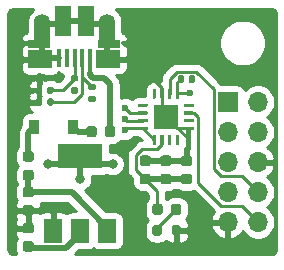
<source format=gbr>
%TF.GenerationSoftware,KiCad,Pcbnew,5.1.8*%
%TF.CreationDate,2020-11-25T09:49:16+09:00*%
%TF.ProjectId,rasp_usb,72617370-5f75-4736-922e-6b696361645f,rev?*%
%TF.SameCoordinates,Original*%
%TF.FileFunction,Copper,L1,Top*%
%TF.FilePolarity,Positive*%
%FSLAX46Y46*%
G04 Gerber Fmt 4.6, Leading zero omitted, Abs format (unit mm)*
G04 Created by KiCad (PCBNEW 5.1.8) date 2020-11-25 09:49:16*
%MOMM*%
%LPD*%
G01*
G04 APERTURE LIST*
%TA.AperFunction,ComponentPad*%
%ADD10R,1.700000X1.700000*%
%TD*%
%TA.AperFunction,ComponentPad*%
%ADD11O,1.700000X1.700000*%
%TD*%
%TA.AperFunction,SMDPad,CuDef*%
%ADD12R,3.800000X2.000000*%
%TD*%
%TA.AperFunction,SMDPad,CuDef*%
%ADD13R,1.500000X2.000000*%
%TD*%
%TA.AperFunction,SMDPad,CuDef*%
%ADD14R,2.100000X2.100000*%
%TD*%
%TA.AperFunction,SMDPad,CuDef*%
%ADD15R,1.350000X2.000000*%
%TD*%
%TA.AperFunction,SMDPad,CuDef*%
%ADD16R,1.825000X0.700000*%
%TD*%
%TA.AperFunction,SMDPad,CuDef*%
%ADD17R,2.000000X1.500000*%
%TD*%
%TA.AperFunction,SMDPad,CuDef*%
%ADD18R,0.400000X1.650000*%
%TD*%
%TA.AperFunction,ComponentPad*%
%ADD19O,1.100000X1.500000*%
%TD*%
%TA.AperFunction,ComponentPad*%
%ADD20O,1.350000X1.700000*%
%TD*%
%TA.AperFunction,SMDPad,CuDef*%
%ADD21R,1.430000X2.500000*%
%TD*%
%TA.AperFunction,SMDPad,CuDef*%
%ADD22R,0.900000X1.200000*%
%TD*%
%TA.AperFunction,ViaPad*%
%ADD23C,0.800000*%
%TD*%
%TA.AperFunction,ViaPad*%
%ADD24C,0.600000*%
%TD*%
%TA.AperFunction,Conductor*%
%ADD25C,0.300000*%
%TD*%
%TA.AperFunction,Conductor*%
%ADD26C,0.500000*%
%TD*%
%TA.AperFunction,Conductor*%
%ADD27C,0.250000*%
%TD*%
%TA.AperFunction,Conductor*%
%ADD28C,0.254000*%
%TD*%
%TA.AperFunction,Conductor*%
%ADD29C,0.100000*%
%TD*%
G04 APERTURE END LIST*
D10*
%TO.P,J2,1*%
%TO.N,3V3*%
X120250000Y-68500000D03*
D11*
%TO.P,J2,2*%
%TO.N,5V*%
X122790000Y-68500000D03*
%TO.P,J2,3*%
%TO.N,Net-(J2-Pad3)*%
X120250000Y-71040000D03*
%TO.P,J2,4*%
%TO.N,5V*%
X122790000Y-71040000D03*
%TO.P,J2,5*%
%TO.N,Net-(J2-Pad5)*%
X120250000Y-73580000D03*
%TO.P,J2,6*%
%TO.N,GND*%
X122790000Y-73580000D03*
%TO.P,J2,7*%
%TO.N,Net-(J2-Pad7)*%
X120250000Y-76120000D03*
%TO.P,J2,8*%
%TO.N,UART_TXD*%
X122790000Y-76120000D03*
%TO.P,J2,9*%
%TO.N,GND*%
X120250000Y-78660000D03*
%TO.P,J2,10*%
%TO.N,UART_RXD*%
X122790000Y-78660000D03*
%TD*%
D12*
%TO.P,U1,2*%
%TO.N,+5V*%
X107750000Y-73100000D03*
D13*
X107750000Y-79400000D03*
%TO.P,U1,3*%
%TO.N,Net-(C5-Pad1)*%
X110050000Y-79400000D03*
%TO.P,U1,1*%
%TO.N,GND*%
X105450000Y-79400000D03*
%TD*%
%TO.P,C1,1*%
%TO.N,+5V*%
%TA.AperFunction,SMDPad,CuDef*%
G36*
G01*
X115250000Y-75475000D02*
X114750000Y-75475000D01*
G75*
G02*
X114525000Y-75250000I0J225000D01*
G01*
X114525000Y-74800000D01*
G75*
G02*
X114750000Y-74575000I225000J0D01*
G01*
X115250000Y-74575000D01*
G75*
G02*
X115475000Y-74800000I0J-225000D01*
G01*
X115475000Y-75250000D01*
G75*
G02*
X115250000Y-75475000I-225000J0D01*
G01*
G37*
%TD.AperFunction*%
%TO.P,C1,2*%
%TO.N,GND*%
%TA.AperFunction,SMDPad,CuDef*%
G36*
G01*
X115250000Y-73925000D02*
X114750000Y-73925000D01*
G75*
G02*
X114525000Y-73700000I0J225000D01*
G01*
X114525000Y-73250000D01*
G75*
G02*
X114750000Y-73025000I225000J0D01*
G01*
X115250000Y-73025000D01*
G75*
G02*
X115475000Y-73250000I0J-225000D01*
G01*
X115475000Y-73700000D01*
G75*
G02*
X115250000Y-73925000I-225000J0D01*
G01*
G37*
%TD.AperFunction*%
%TD*%
%TO.P,C2,2*%
%TO.N,GND*%
%TA.AperFunction,SMDPad,CuDef*%
G36*
G01*
X113500000Y-73925000D02*
X113000000Y-73925000D01*
G75*
G02*
X112775000Y-73700000I0J225000D01*
G01*
X112775000Y-73250000D01*
G75*
G02*
X113000000Y-73025000I225000J0D01*
G01*
X113500000Y-73025000D01*
G75*
G02*
X113725000Y-73250000I0J-225000D01*
G01*
X113725000Y-73700000D01*
G75*
G02*
X113500000Y-73925000I-225000J0D01*
G01*
G37*
%TD.AperFunction*%
%TO.P,C2,1*%
%TO.N,+5V*%
%TA.AperFunction,SMDPad,CuDef*%
G36*
G01*
X113500000Y-75475000D02*
X113000000Y-75475000D01*
G75*
G02*
X112775000Y-75250000I0J225000D01*
G01*
X112775000Y-74800000D01*
G75*
G02*
X113000000Y-74575000I225000J0D01*
G01*
X113500000Y-74575000D01*
G75*
G02*
X113725000Y-74800000I0J-225000D01*
G01*
X113725000Y-75250000D01*
G75*
G02*
X113500000Y-75475000I-225000J0D01*
G01*
G37*
%TD.AperFunction*%
%TD*%
%TO.P,C3,1*%
%TO.N,+5V*%
%TA.AperFunction,SMDPad,CuDef*%
G36*
G01*
X117000000Y-75475000D02*
X116500000Y-75475000D01*
G75*
G02*
X116275000Y-75250000I0J225000D01*
G01*
X116275000Y-74800000D01*
G75*
G02*
X116500000Y-74575000I225000J0D01*
G01*
X117000000Y-74575000D01*
G75*
G02*
X117225000Y-74800000I0J-225000D01*
G01*
X117225000Y-75250000D01*
G75*
G02*
X117000000Y-75475000I-225000J0D01*
G01*
G37*
%TD.AperFunction*%
%TO.P,C3,2*%
%TO.N,GND*%
%TA.AperFunction,SMDPad,CuDef*%
G36*
G01*
X117000000Y-73925000D02*
X116500000Y-73925000D01*
G75*
G02*
X116275000Y-73700000I0J225000D01*
G01*
X116275000Y-73250000D01*
G75*
G02*
X116500000Y-73025000I225000J0D01*
G01*
X117000000Y-73025000D01*
G75*
G02*
X117225000Y-73250000I0J-225000D01*
G01*
X117225000Y-73700000D01*
G75*
G02*
X117000000Y-73925000I-225000J0D01*
G01*
G37*
%TD.AperFunction*%
%TD*%
%TO.P,C4,2*%
%TO.N,GND*%
%TA.AperFunction,SMDPad,CuDef*%
G36*
G01*
X104550000Y-67330000D02*
X104550000Y-67670000D01*
G75*
G02*
X104410000Y-67810000I-140000J0D01*
G01*
X104130000Y-67810000D01*
G75*
G02*
X103990000Y-67670000I0J140000D01*
G01*
X103990000Y-67330000D01*
G75*
G02*
X104130000Y-67190000I140000J0D01*
G01*
X104410000Y-67190000D01*
G75*
G02*
X104550000Y-67330000I0J-140000D01*
G01*
G37*
%TD.AperFunction*%
%TO.P,C4,1*%
%TO.N,USB_DP*%
%TA.AperFunction,SMDPad,CuDef*%
G36*
G01*
X105510000Y-67330000D02*
X105510000Y-67670000D01*
G75*
G02*
X105370000Y-67810000I-140000J0D01*
G01*
X105090000Y-67810000D01*
G75*
G02*
X104950000Y-67670000I0J140000D01*
G01*
X104950000Y-67330000D01*
G75*
G02*
X105090000Y-67190000I140000J0D01*
G01*
X105370000Y-67190000D01*
G75*
G02*
X105510000Y-67330000I0J-140000D01*
G01*
G37*
%TD.AperFunction*%
%TD*%
%TO.P,C5,1*%
%TO.N,Net-(C5-Pad1)*%
%TA.AperFunction,SMDPad,CuDef*%
G36*
G01*
X103100000Y-75675000D02*
X103600000Y-75675000D01*
G75*
G02*
X103825000Y-75900000I0J-225000D01*
G01*
X103825000Y-76350000D01*
G75*
G02*
X103600000Y-76575000I-225000J0D01*
G01*
X103100000Y-76575000D01*
G75*
G02*
X102875000Y-76350000I0J225000D01*
G01*
X102875000Y-75900000D01*
G75*
G02*
X103100000Y-75675000I225000J0D01*
G01*
G37*
%TD.AperFunction*%
%TO.P,C5,2*%
%TO.N,GND*%
%TA.AperFunction,SMDPad,CuDef*%
G36*
G01*
X103100000Y-77225000D02*
X103600000Y-77225000D01*
G75*
G02*
X103825000Y-77450000I0J-225000D01*
G01*
X103825000Y-77900000D01*
G75*
G02*
X103600000Y-78125000I-225000J0D01*
G01*
X103100000Y-78125000D01*
G75*
G02*
X102875000Y-77900000I0J225000D01*
G01*
X102875000Y-77450000D01*
G75*
G02*
X103100000Y-77225000I225000J0D01*
G01*
G37*
%TD.AperFunction*%
%TD*%
%TO.P,C6,1*%
%TO.N,USB_DM*%
%TA.AperFunction,SMDPad,CuDef*%
G36*
G01*
X105510000Y-68330000D02*
X105510000Y-68670000D01*
G75*
G02*
X105370000Y-68810000I-140000J0D01*
G01*
X105090000Y-68810000D01*
G75*
G02*
X104950000Y-68670000I0J140000D01*
G01*
X104950000Y-68330000D01*
G75*
G02*
X105090000Y-68190000I140000J0D01*
G01*
X105370000Y-68190000D01*
G75*
G02*
X105510000Y-68330000I0J-140000D01*
G01*
G37*
%TD.AperFunction*%
%TO.P,C6,2*%
%TO.N,GND*%
%TA.AperFunction,SMDPad,CuDef*%
G36*
G01*
X104550000Y-68330000D02*
X104550000Y-68670000D01*
G75*
G02*
X104410000Y-68810000I-140000J0D01*
G01*
X104130000Y-68810000D01*
G75*
G02*
X103990000Y-68670000I0J140000D01*
G01*
X103990000Y-68330000D01*
G75*
G02*
X104130000Y-68190000I140000J0D01*
G01*
X104410000Y-68190000D01*
G75*
G02*
X104550000Y-68330000I0J-140000D01*
G01*
G37*
%TD.AperFunction*%
%TD*%
%TO.P,C7,1*%
%TO.N,Net-(C7-Pad1)*%
%TA.AperFunction,SMDPad,CuDef*%
G36*
G01*
X115990000Y-66720000D02*
X115990000Y-66380000D01*
G75*
G02*
X116130000Y-66240000I140000J0D01*
G01*
X116410000Y-66240000D01*
G75*
G02*
X116550000Y-66380000I0J-140000D01*
G01*
X116550000Y-66720000D01*
G75*
G02*
X116410000Y-66860000I-140000J0D01*
G01*
X116130000Y-66860000D01*
G75*
G02*
X115990000Y-66720000I0J140000D01*
G01*
G37*
%TD.AperFunction*%
%TO.P,C7,2*%
%TO.N,GND*%
%TA.AperFunction,SMDPad,CuDef*%
G36*
G01*
X116950000Y-66720000D02*
X116950000Y-66380000D01*
G75*
G02*
X117090000Y-66240000I140000J0D01*
G01*
X117370000Y-66240000D01*
G75*
G02*
X117510000Y-66380000I0J-140000D01*
G01*
X117510000Y-66720000D01*
G75*
G02*
X117370000Y-66860000I-140000J0D01*
G01*
X117090000Y-66860000D01*
G75*
G02*
X116950000Y-66720000I0J140000D01*
G01*
G37*
%TD.AperFunction*%
%TD*%
%TO.P,C8,2*%
%TO.N,GND*%
%TA.AperFunction,SMDPad,CuDef*%
G36*
G01*
X103600000Y-79625000D02*
X103100000Y-79625000D01*
G75*
G02*
X102875000Y-79400000I0J225000D01*
G01*
X102875000Y-78950000D01*
G75*
G02*
X103100000Y-78725000I225000J0D01*
G01*
X103600000Y-78725000D01*
G75*
G02*
X103825000Y-78950000I0J-225000D01*
G01*
X103825000Y-79400000D01*
G75*
G02*
X103600000Y-79625000I-225000J0D01*
G01*
G37*
%TD.AperFunction*%
%TO.P,C8,1*%
%TO.N,+5V*%
%TA.AperFunction,SMDPad,CuDef*%
G36*
G01*
X103600000Y-81175000D02*
X103100000Y-81175000D01*
G75*
G02*
X102875000Y-80950000I0J225000D01*
G01*
X102875000Y-80500000D01*
G75*
G02*
X103100000Y-80275000I225000J0D01*
G01*
X103600000Y-80275000D01*
G75*
G02*
X103825000Y-80500000I0J-225000D01*
G01*
X103825000Y-80950000D01*
G75*
G02*
X103600000Y-81175000I-225000J0D01*
G01*
G37*
%TD.AperFunction*%
%TD*%
%TO.P,D2,1*%
%TO.N,Net-(D2-Pad1)*%
%TA.AperFunction,SMDPad,CuDef*%
G36*
G01*
X116300000Y-77331250D02*
X116300000Y-77843750D01*
G75*
G02*
X116081250Y-78062500I-218750J0D01*
G01*
X115643750Y-78062500D01*
G75*
G02*
X115425000Y-77843750I0J218750D01*
G01*
X115425000Y-77331250D01*
G75*
G02*
X115643750Y-77112500I218750J0D01*
G01*
X116081250Y-77112500D01*
G75*
G02*
X116300000Y-77331250I0J-218750D01*
G01*
G37*
%TD.AperFunction*%
%TO.P,D2,2*%
%TO.N,+5V*%
%TA.AperFunction,SMDPad,CuDef*%
G36*
G01*
X114725000Y-77331250D02*
X114725000Y-77843750D01*
G75*
G02*
X114506250Y-78062500I-218750J0D01*
G01*
X114068750Y-78062500D01*
G75*
G02*
X113850000Y-77843750I0J218750D01*
G01*
X113850000Y-77331250D01*
G75*
G02*
X114068750Y-77112500I218750J0D01*
G01*
X114506250Y-77112500D01*
G75*
G02*
X114725000Y-77331250I0J-218750D01*
G01*
G37*
%TD.AperFunction*%
%TD*%
%TO.P,FB1,1*%
%TO.N,Net-(D1-Pad2)*%
%TA.AperFunction,SMDPad,CuDef*%
G36*
G01*
X108275000Y-71256250D02*
X108275000Y-70743750D01*
G75*
G02*
X108493750Y-70525000I218750J0D01*
G01*
X108931250Y-70525000D01*
G75*
G02*
X109150000Y-70743750I0J-218750D01*
G01*
X109150000Y-71256250D01*
G75*
G02*
X108931250Y-71475000I-218750J0D01*
G01*
X108493750Y-71475000D01*
G75*
G02*
X108275000Y-71256250I0J218750D01*
G01*
G37*
%TD.AperFunction*%
%TO.P,FB1,2*%
%TO.N,VBUS*%
%TA.AperFunction,SMDPad,CuDef*%
G36*
G01*
X109850000Y-71256250D02*
X109850000Y-70743750D01*
G75*
G02*
X110068750Y-70525000I218750J0D01*
G01*
X110506250Y-70525000D01*
G75*
G02*
X110725000Y-70743750I0J-218750D01*
G01*
X110725000Y-71256250D01*
G75*
G02*
X110506250Y-71475000I-218750J0D01*
G01*
X110068750Y-71475000D01*
G75*
G02*
X109850000Y-71256250I0J218750D01*
G01*
G37*
%TD.AperFunction*%
%TD*%
%TO.P,R3,2*%
%TO.N,Net-(R3-Pad2)*%
%TA.AperFunction,SMDPad,CuDef*%
G36*
G01*
X108565000Y-67990000D02*
X108935000Y-67990000D01*
G75*
G02*
X109070000Y-68125000I0J-135000D01*
G01*
X109070000Y-68395000D01*
G75*
G02*
X108935000Y-68530000I-135000J0D01*
G01*
X108565000Y-68530000D01*
G75*
G02*
X108430000Y-68395000I0J135000D01*
G01*
X108430000Y-68125000D01*
G75*
G02*
X108565000Y-67990000I135000J0D01*
G01*
G37*
%TD.AperFunction*%
%TO.P,R3,1*%
%TO.N,USB_DM*%
%TA.AperFunction,SMDPad,CuDef*%
G36*
G01*
X108565000Y-66970000D02*
X108935000Y-66970000D01*
G75*
G02*
X109070000Y-67105000I0J-135000D01*
G01*
X109070000Y-67375000D01*
G75*
G02*
X108935000Y-67510000I-135000J0D01*
G01*
X108565000Y-67510000D01*
G75*
G02*
X108430000Y-67375000I0J135000D01*
G01*
X108430000Y-67105000D01*
G75*
G02*
X108565000Y-66970000I135000J0D01*
G01*
G37*
%TD.AperFunction*%
%TD*%
%TO.P,R4,1*%
%TO.N,USB_DP*%
%TA.AperFunction,SMDPad,CuDef*%
G36*
G01*
X107090000Y-66220000D02*
X107460000Y-66220000D01*
G75*
G02*
X107595000Y-66355000I0J-135000D01*
G01*
X107595000Y-66625000D01*
G75*
G02*
X107460000Y-66760000I-135000J0D01*
G01*
X107090000Y-66760000D01*
G75*
G02*
X106955000Y-66625000I0J135000D01*
G01*
X106955000Y-66355000D01*
G75*
G02*
X107090000Y-66220000I135000J0D01*
G01*
G37*
%TD.AperFunction*%
%TO.P,R4,2*%
%TO.N,Net-(R4-Pad2)*%
%TA.AperFunction,SMDPad,CuDef*%
G36*
G01*
X107090000Y-67240000D02*
X107460000Y-67240000D01*
G75*
G02*
X107595000Y-67375000I0J-135000D01*
G01*
X107595000Y-67645000D01*
G75*
G02*
X107460000Y-67780000I-135000J0D01*
G01*
X107090000Y-67780000D01*
G75*
G02*
X106955000Y-67645000I0J135000D01*
G01*
X106955000Y-67375000D01*
G75*
G02*
X107090000Y-67240000I135000J0D01*
G01*
G37*
%TD.AperFunction*%
%TD*%
%TO.P,R5,1*%
%TO.N,Net-(D2-Pad1)*%
%TA.AperFunction,SMDPad,CuDef*%
G36*
G01*
X113850000Y-79650000D02*
X113850000Y-79100000D01*
G75*
G02*
X114050000Y-78900000I200000J0D01*
G01*
X114450000Y-78900000D01*
G75*
G02*
X114650000Y-79100000I0J-200000D01*
G01*
X114650000Y-79650000D01*
G75*
G02*
X114450000Y-79850000I-200000J0D01*
G01*
X114050000Y-79850000D01*
G75*
G02*
X113850000Y-79650000I0J200000D01*
G01*
G37*
%TD.AperFunction*%
%TO.P,R5,2*%
%TO.N,GND*%
%TA.AperFunction,SMDPad,CuDef*%
G36*
G01*
X115500000Y-79650000D02*
X115500000Y-79100000D01*
G75*
G02*
X115700000Y-78900000I200000J0D01*
G01*
X116100000Y-78900000D01*
G75*
G02*
X116300000Y-79100000I0J-200000D01*
G01*
X116300000Y-79650000D01*
G75*
G02*
X116100000Y-79850000I-200000J0D01*
G01*
X115700000Y-79850000D01*
G75*
G02*
X115500000Y-79650000I0J200000D01*
G01*
G37*
%TD.AperFunction*%
%TD*%
%TO.P,U2,1*%
%TO.N,Net-(C7-Pad1)*%
%TA.AperFunction,SMDPad,CuDef*%
G36*
G01*
X115900000Y-67375000D02*
X116050000Y-67375000D01*
G75*
G02*
X116125000Y-67450000I0J-75000D01*
G01*
X116125000Y-68150000D01*
G75*
G02*
X116050000Y-68225000I-75000J0D01*
G01*
X115900000Y-68225000D01*
G75*
G02*
X115825000Y-68150000I0J75000D01*
G01*
X115825000Y-67450000D01*
G75*
G02*
X115900000Y-67375000I75000J0D01*
G01*
G37*
%TD.AperFunction*%
%TO.P,U2,2*%
%TO.N,UART_TXD*%
%TA.AperFunction,SMDPad,CuDef*%
G36*
G01*
X115250000Y-67375000D02*
X115400000Y-67375000D01*
G75*
G02*
X115475000Y-67450000I0J-75000D01*
G01*
X115475000Y-68150000D01*
G75*
G02*
X115400000Y-68225000I-75000J0D01*
G01*
X115250000Y-68225000D01*
G75*
G02*
X115175000Y-68150000I0J75000D01*
G01*
X115175000Y-67450000D01*
G75*
G02*
X115250000Y-67375000I75000J0D01*
G01*
G37*
%TD.AperFunction*%
%TO.P,U2,3*%
%TO.N,GND*%
%TA.AperFunction,SMDPad,CuDef*%
G36*
G01*
X114600000Y-67375000D02*
X114750000Y-67375000D01*
G75*
G02*
X114825000Y-67450000I0J-75000D01*
G01*
X114825000Y-68150000D01*
G75*
G02*
X114750000Y-68225000I-75000J0D01*
G01*
X114600000Y-68225000D01*
G75*
G02*
X114525000Y-68150000I0J75000D01*
G01*
X114525000Y-67450000D01*
G75*
G02*
X114600000Y-67375000I75000J0D01*
G01*
G37*
%TD.AperFunction*%
%TO.P,U2,4*%
%TO.N,Net-(U2-Pad4)*%
%TA.AperFunction,SMDPad,CuDef*%
G36*
G01*
X113950000Y-67375000D02*
X114100000Y-67375000D01*
G75*
G02*
X114175000Y-67450000I0J-75000D01*
G01*
X114175000Y-68150000D01*
G75*
G02*
X114100000Y-68225000I-75000J0D01*
G01*
X113950000Y-68225000D01*
G75*
G02*
X113875000Y-68150000I0J75000D01*
G01*
X113875000Y-67450000D01*
G75*
G02*
X113950000Y-67375000I75000J0D01*
G01*
G37*
%TD.AperFunction*%
%TO.P,U2,5*%
%TO.N,Net-(U2-Pad5)*%
%TA.AperFunction,SMDPad,CuDef*%
G36*
G01*
X112700000Y-68625000D02*
X113400000Y-68625000D01*
G75*
G02*
X113475000Y-68700000I0J-75000D01*
G01*
X113475000Y-68850000D01*
G75*
G02*
X113400000Y-68925000I-75000J0D01*
G01*
X112700000Y-68925000D01*
G75*
G02*
X112625000Y-68850000I0J75000D01*
G01*
X112625000Y-68700000D01*
G75*
G02*
X112700000Y-68625000I75000J0D01*
G01*
G37*
%TD.AperFunction*%
%TO.P,U2,6*%
%TO.N,Net-(R4-Pad2)*%
%TA.AperFunction,SMDPad,CuDef*%
G36*
G01*
X112700000Y-69275000D02*
X113400000Y-69275000D01*
G75*
G02*
X113475000Y-69350000I0J-75000D01*
G01*
X113475000Y-69500000D01*
G75*
G02*
X113400000Y-69575000I-75000J0D01*
G01*
X112700000Y-69575000D01*
G75*
G02*
X112625000Y-69500000I0J75000D01*
G01*
X112625000Y-69350000D01*
G75*
G02*
X112700000Y-69275000I75000J0D01*
G01*
G37*
%TD.AperFunction*%
%TO.P,U2,7*%
%TO.N,Net-(R3-Pad2)*%
%TA.AperFunction,SMDPad,CuDef*%
G36*
G01*
X112700000Y-69925000D02*
X113400000Y-69925000D01*
G75*
G02*
X113475000Y-70000000I0J-75000D01*
G01*
X113475000Y-70150000D01*
G75*
G02*
X113400000Y-70225000I-75000J0D01*
G01*
X112700000Y-70225000D01*
G75*
G02*
X112625000Y-70150000I0J75000D01*
G01*
X112625000Y-70000000D01*
G75*
G02*
X112700000Y-69925000I75000J0D01*
G01*
G37*
%TD.AperFunction*%
%TO.P,U2,8*%
%TO.N,Net-(C7-Pad1)*%
%TA.AperFunction,SMDPad,CuDef*%
G36*
G01*
X112700000Y-70575000D02*
X113400000Y-70575000D01*
G75*
G02*
X113475000Y-70650000I0J-75000D01*
G01*
X113475000Y-70800000D01*
G75*
G02*
X113400000Y-70875000I-75000J0D01*
G01*
X112700000Y-70875000D01*
G75*
G02*
X112625000Y-70800000I0J75000D01*
G01*
X112625000Y-70650000D01*
G75*
G02*
X112700000Y-70575000I75000J0D01*
G01*
G37*
%TD.AperFunction*%
%TO.P,U2,9*%
%TA.AperFunction,SMDPad,CuDef*%
G36*
G01*
X113950000Y-71275000D02*
X114100000Y-71275000D01*
G75*
G02*
X114175000Y-71350000I0J-75000D01*
G01*
X114175000Y-72050000D01*
G75*
G02*
X114100000Y-72125000I-75000J0D01*
G01*
X113950000Y-72125000D01*
G75*
G02*
X113875000Y-72050000I0J75000D01*
G01*
X113875000Y-71350000D01*
G75*
G02*
X113950000Y-71275000I75000J0D01*
G01*
G37*
%TD.AperFunction*%
%TO.P,U2,10*%
%TO.N,+5V*%
%TA.AperFunction,SMDPad,CuDef*%
G36*
G01*
X114600000Y-71275000D02*
X114750000Y-71275000D01*
G75*
G02*
X114825000Y-71350000I0J-75000D01*
G01*
X114825000Y-72050000D01*
G75*
G02*
X114750000Y-72125000I-75000J0D01*
G01*
X114600000Y-72125000D01*
G75*
G02*
X114525000Y-72050000I0J75000D01*
G01*
X114525000Y-71350000D01*
G75*
G02*
X114600000Y-71275000I75000J0D01*
G01*
G37*
%TD.AperFunction*%
%TO.P,U2,11*%
%TO.N,Net-(U2-Pad11)*%
%TA.AperFunction,SMDPad,CuDef*%
G36*
G01*
X115250000Y-71275000D02*
X115400000Y-71275000D01*
G75*
G02*
X115475000Y-71350000I0J-75000D01*
G01*
X115475000Y-72050000D01*
G75*
G02*
X115400000Y-72125000I-75000J0D01*
G01*
X115250000Y-72125000D01*
G75*
G02*
X115175000Y-72050000I0J75000D01*
G01*
X115175000Y-71350000D01*
G75*
G02*
X115250000Y-71275000I75000J0D01*
G01*
G37*
%TD.AperFunction*%
%TO.P,U2,12*%
%TO.N,Net-(U2-Pad12)*%
%TA.AperFunction,SMDPad,CuDef*%
G36*
G01*
X115900000Y-71275000D02*
X116050000Y-71275000D01*
G75*
G02*
X116125000Y-71350000I0J-75000D01*
G01*
X116125000Y-72050000D01*
G75*
G02*
X116050000Y-72125000I-75000J0D01*
G01*
X115900000Y-72125000D01*
G75*
G02*
X115825000Y-72050000I0J75000D01*
G01*
X115825000Y-71350000D01*
G75*
G02*
X115900000Y-71275000I75000J0D01*
G01*
G37*
%TD.AperFunction*%
%TO.P,U2,13*%
%TO.N,GND*%
%TA.AperFunction,SMDPad,CuDef*%
G36*
G01*
X116600000Y-70575000D02*
X117300000Y-70575000D01*
G75*
G02*
X117375000Y-70650000I0J-75000D01*
G01*
X117375000Y-70800000D01*
G75*
G02*
X117300000Y-70875000I-75000J0D01*
G01*
X116600000Y-70875000D01*
G75*
G02*
X116525000Y-70800000I0J75000D01*
G01*
X116525000Y-70650000D01*
G75*
G02*
X116600000Y-70575000I75000J0D01*
G01*
G37*
%TD.AperFunction*%
%TO.P,U2,14*%
%TO.N,Net-(U2-Pad14)*%
%TA.AperFunction,SMDPad,CuDef*%
G36*
G01*
X116600000Y-69925000D02*
X117300000Y-69925000D01*
G75*
G02*
X117375000Y-70000000I0J-75000D01*
G01*
X117375000Y-70150000D01*
G75*
G02*
X117300000Y-70225000I-75000J0D01*
G01*
X116600000Y-70225000D01*
G75*
G02*
X116525000Y-70150000I0J75000D01*
G01*
X116525000Y-70000000D01*
G75*
G02*
X116600000Y-69925000I75000J0D01*
G01*
G37*
%TD.AperFunction*%
%TO.P,U2,15*%
%TO.N,UART_RXD*%
%TA.AperFunction,SMDPad,CuDef*%
G36*
G01*
X116600000Y-69275000D02*
X117300000Y-69275000D01*
G75*
G02*
X117375000Y-69350000I0J-75000D01*
G01*
X117375000Y-69500000D01*
G75*
G02*
X117300000Y-69575000I-75000J0D01*
G01*
X116600000Y-69575000D01*
G75*
G02*
X116525000Y-69500000I0J75000D01*
G01*
X116525000Y-69350000D01*
G75*
G02*
X116600000Y-69275000I75000J0D01*
G01*
G37*
%TD.AperFunction*%
%TO.P,U2,16*%
%TO.N,Net-(U2-Pad16)*%
%TA.AperFunction,SMDPad,CuDef*%
G36*
G01*
X116600000Y-68625000D02*
X117300000Y-68625000D01*
G75*
G02*
X117375000Y-68700000I0J-75000D01*
G01*
X117375000Y-68850000D01*
G75*
G02*
X117300000Y-68925000I-75000J0D01*
G01*
X116600000Y-68925000D01*
G75*
G02*
X116525000Y-68850000I0J75000D01*
G01*
X116525000Y-68700000D01*
G75*
G02*
X116600000Y-68625000I75000J0D01*
G01*
G37*
%TD.AperFunction*%
D14*
%TO.P,U2,17*%
%TO.N,GND*%
X115000000Y-69750000D03*
%TD*%
D15*
%TO.P,J1,6*%
%TO.N,GND*%
X104525000Y-62815000D03*
X110005000Y-62815000D03*
D16*
X110225000Y-63565000D03*
X104275000Y-63565000D03*
D17*
X110125000Y-64865000D03*
X104375000Y-64885000D03*
D18*
%TO.P,J1,1*%
%TO.N,VBUS*%
X108575000Y-64765000D03*
%TO.P,J1,2*%
%TO.N,USB_DM*%
X107925000Y-64765000D03*
%TO.P,J1,3*%
%TO.N,USB_DP*%
X107275000Y-64765000D03*
%TO.P,J1,4*%
%TO.N,Net-(J1-Pad4)*%
X106625000Y-64765000D03*
%TO.P,J1,5*%
%TO.N,GND*%
X105975000Y-64765000D03*
D19*
%TO.P,J1,6*%
X109695000Y-64885000D03*
X104855000Y-64885000D03*
D20*
X110005000Y-61885000D03*
X104545000Y-61885000D03*
D21*
X108235000Y-61615000D03*
X106315000Y-61615000D03*
%TD*%
%TO.P,F1,1*%
%TO.N,Net-(D1-Pad1)*%
%TA.AperFunction,SMDPad,CuDef*%
G36*
G01*
X103093750Y-72675000D02*
X103606250Y-72675000D01*
G75*
G02*
X103825000Y-72893750I0J-218750D01*
G01*
X103825000Y-73331250D01*
G75*
G02*
X103606250Y-73550000I-218750J0D01*
G01*
X103093750Y-73550000D01*
G75*
G02*
X102875000Y-73331250I0J218750D01*
G01*
X102875000Y-72893750D01*
G75*
G02*
X103093750Y-72675000I218750J0D01*
G01*
G37*
%TD.AperFunction*%
%TO.P,F1,2*%
%TO.N,Net-(C5-Pad1)*%
%TA.AperFunction,SMDPad,CuDef*%
G36*
G01*
X103093750Y-74250000D02*
X103606250Y-74250000D01*
G75*
G02*
X103825000Y-74468750I0J-218750D01*
G01*
X103825000Y-74906250D01*
G75*
G02*
X103606250Y-75125000I-218750J0D01*
G01*
X103093750Y-75125000D01*
G75*
G02*
X102875000Y-74906250I0J218750D01*
G01*
X102875000Y-74468750D01*
G75*
G02*
X103093750Y-74250000I218750J0D01*
G01*
G37*
%TD.AperFunction*%
%TD*%
D22*
%TO.P,D1,1*%
%TO.N,Net-(D1-Pad1)*%
X103850000Y-70600000D03*
%TO.P,D1,2*%
%TO.N,Net-(D1-Pad2)*%
X107150000Y-70600000D03*
%TD*%
D23*
%TO.N,+5V*%
X107750000Y-73250000D03*
X107750000Y-79400000D03*
X110500000Y-73750000D03*
X105000000Y-73750000D03*
X107750000Y-75000000D03*
X113250000Y-75025000D03*
D24*
%TO.N,GND*%
X117225000Y-66600000D03*
D23*
X105500000Y-79500000D03*
X103350000Y-79200000D03*
X103350000Y-77650000D03*
D24*
X114025000Y-66625000D03*
%TO.N,USB_DP*%
X107275000Y-66490000D03*
%TO.N,USB_DM*%
X108742500Y-67232500D03*
%TO.N,Net-(C7-Pad1)*%
X111525000Y-70900000D03*
X117025000Y-67725000D03*
%TO.N,Net-(R3-Pad2)*%
X108750000Y-68250000D03*
X111525000Y-69925000D03*
%TO.N,Net-(R4-Pad2)*%
X107275000Y-67525000D03*
X111525000Y-69000000D03*
%TD*%
D25*
%TO.N,+5V*%
X107750000Y-79400000D02*
X107750000Y-79400000D01*
D26*
X107100000Y-73750000D02*
X107750000Y-73100000D01*
X105000000Y-73750000D02*
X107100000Y-73750000D01*
X108400000Y-73750000D02*
X107750000Y-73100000D01*
X110500000Y-73750000D02*
X108400000Y-73750000D01*
X107750000Y-75000000D02*
X107750000Y-73100000D01*
X113250000Y-75025000D02*
X113250000Y-75025000D01*
X113250000Y-75025000D02*
X116750000Y-75025000D01*
D27*
X114265692Y-72450010D02*
X114675000Y-72040702D01*
X114675000Y-72040702D02*
X114675000Y-71700000D01*
X113022156Y-72450010D02*
X114265692Y-72450010D01*
X112449990Y-73022176D02*
X113022156Y-72450010D01*
X112449990Y-74224990D02*
X112449990Y-73022176D01*
X113250000Y-75025000D02*
X112449990Y-74224990D01*
X114287500Y-76062500D02*
X113250000Y-75025000D01*
X114287500Y-77587500D02*
X114287500Y-76062500D01*
D26*
X107750000Y-79660002D02*
X107750000Y-79400000D01*
X106560001Y-80850001D02*
X107750000Y-79660002D01*
X103475001Y-80850001D02*
X106560001Y-80850001D01*
X103350000Y-80725000D02*
X103475001Y-80850001D01*
%TO.N,GND*%
X113250000Y-73475000D02*
X116750000Y-73475000D01*
D27*
X114675000Y-69425000D02*
X115000000Y-69750000D01*
X114675000Y-67800000D02*
X114675000Y-69425000D01*
X115975000Y-70725000D02*
X115000000Y-69750000D01*
X116950000Y-70725000D02*
X115975000Y-70725000D01*
X115015702Y-69750000D02*
X115000000Y-69750000D01*
X116750000Y-71484298D02*
X115015702Y-69750000D01*
X116750000Y-73475000D02*
X116750000Y-71484298D01*
D26*
X110005000Y-64745000D02*
X110125000Y-64865000D01*
X110005000Y-62815000D02*
X110005000Y-64745000D01*
X104525000Y-64735000D02*
X104375000Y-64885000D01*
X104525000Y-62815000D02*
X104525000Y-64735000D01*
X104975000Y-64765000D02*
X104855000Y-64885000D01*
X105975000Y-64765000D02*
X104975000Y-64765000D01*
X104855000Y-64885000D02*
X104375000Y-64885000D01*
X109715000Y-64865000D02*
X109695000Y-64885000D01*
X110125000Y-64865000D02*
X109715000Y-64865000D01*
D27*
X114675000Y-67275000D02*
X114675000Y-67800000D01*
X114025000Y-66625000D02*
X114675000Y-67275000D01*
D26*
X106045000Y-61885000D02*
X106315000Y-61615000D01*
X104545000Y-61885000D02*
X106045000Y-61885000D01*
X108505000Y-61885000D02*
X108235000Y-61615000D01*
X110005000Y-61885000D02*
X108505000Y-61885000D01*
X106315000Y-61615000D02*
X107365000Y-61615000D01*
X107365000Y-61615000D02*
X108235000Y-61615000D01*
D27*
%TO.N,USB_DP*%
X107275000Y-64765000D02*
X107275000Y-66490000D01*
X107275000Y-66490000D02*
X107275000Y-66490000D01*
X106265000Y-67500000D02*
X107275000Y-66490000D01*
X105230000Y-67500000D02*
X106265000Y-67500000D01*
D25*
%TO.N,Net-(C5-Pad1)*%
X110050000Y-79319998D02*
X110050000Y-79400000D01*
D26*
X103350000Y-74687500D02*
X103350000Y-76125000D01*
X110050000Y-79139998D02*
X110050000Y-79400000D01*
X107035002Y-76125000D02*
X110050000Y-79139998D01*
X103350000Y-76125000D02*
X107035002Y-76125000D01*
D27*
%TO.N,USB_DM*%
X107925000Y-66415000D02*
X108742500Y-67232500D01*
X107925000Y-64765000D02*
X107925000Y-66415000D01*
X108742500Y-67232500D02*
X108750000Y-67240000D01*
X107255554Y-68500000D02*
X105230000Y-68500000D01*
X107925000Y-67830554D02*
X107255554Y-68500000D01*
X107925000Y-66415000D02*
X107925000Y-67830554D01*
%TO.N,Net-(C7-Pad1)*%
X115975000Y-66845000D02*
X116270000Y-66550000D01*
X115975000Y-67800000D02*
X115975000Y-66845000D01*
X113050000Y-70725000D02*
X114025000Y-71700000D01*
X111700000Y-70725000D02*
X111525000Y-70900000D01*
X113050000Y-70725000D02*
X111700000Y-70725000D01*
X116050000Y-67725000D02*
X115975000Y-67800000D01*
X117025000Y-67725000D02*
X116050000Y-67725000D01*
D26*
%TO.N,Net-(D1-Pad2)*%
X107550000Y-71000000D02*
X107150000Y-70600000D01*
X108712500Y-71000000D02*
X107550000Y-71000000D01*
D27*
%TO.N,Net-(D2-Pad1)*%
X114250000Y-79200000D02*
X115862500Y-77587500D01*
X114250000Y-79375000D02*
X114250000Y-79200000D01*
%TO.N,UART_TXD*%
X119685999Y-74755001D02*
X121425001Y-74755001D01*
X119074999Y-74144001D02*
X119685999Y-74755001D01*
X119074999Y-67427373D02*
X119074999Y-74144001D01*
X121425001Y-74755001D02*
X122790000Y-76120000D01*
X117562616Y-65914990D02*
X119074999Y-67427373D01*
X115937384Y-65914990D02*
X117562616Y-65914990D01*
X115325000Y-66527374D02*
X115937384Y-65914990D01*
X115325000Y-67800000D02*
X115325000Y-66527374D01*
%TO.N,UART_RXD*%
X117375000Y-69425000D02*
X117750000Y-69800000D01*
X116950000Y-69425000D02*
X117375000Y-69425000D01*
X121425001Y-77295001D02*
X122790000Y-78660000D01*
X119685999Y-77295001D02*
X121425001Y-77295001D01*
X117750000Y-75359002D02*
X119685999Y-77295001D01*
X117750000Y-69800000D02*
X117750000Y-75359002D01*
%TO.N,Net-(R3-Pad2)*%
X111675000Y-70075000D02*
X111525000Y-69925000D01*
X113050000Y-70075000D02*
X111675000Y-70075000D01*
%TO.N,Net-(R4-Pad2)*%
X111950000Y-69425000D02*
X113050000Y-69425000D01*
X111525000Y-69000000D02*
X111950000Y-69425000D01*
D25*
%TO.N,VBUS*%
X108575000Y-64765000D02*
X108575000Y-66075000D01*
D26*
X108575000Y-66075000D02*
X108575000Y-66251814D01*
X108805685Y-66482499D02*
X109782499Y-66482499D01*
X108575000Y-66251814D02*
X108805685Y-66482499D01*
X110287500Y-66987500D02*
X110287500Y-71000000D01*
X109782499Y-66482499D02*
X110287500Y-66987500D01*
%TO.N,Net-(D1-Pad1)*%
X103350000Y-71100000D02*
X103850000Y-70600000D01*
X103350000Y-73112500D02*
X103350000Y-71100000D01*
%TD*%
D28*
%TO.N,GND*%
X124065424Y-60669580D02*
X124128356Y-60688580D01*
X124186405Y-60719445D01*
X124237343Y-60760989D01*
X124279248Y-60811644D01*
X124310515Y-60869471D01*
X124329956Y-60932272D01*
X124340000Y-61027835D01*
X124340001Y-80967711D01*
X124330420Y-81065424D01*
X124311420Y-81128357D01*
X124280554Y-81186406D01*
X124239011Y-81237343D01*
X124188356Y-81279248D01*
X124130529Y-81310515D01*
X124067728Y-81329956D01*
X123972165Y-81340000D01*
X107321580Y-81340000D01*
X107623508Y-81038072D01*
X108500000Y-81038072D01*
X108624482Y-81025812D01*
X108744180Y-80989502D01*
X108854494Y-80930537D01*
X108900000Y-80893191D01*
X108945506Y-80930537D01*
X109055820Y-80989502D01*
X109175518Y-81025812D01*
X109300000Y-81038072D01*
X110800000Y-81038072D01*
X110924482Y-81025812D01*
X111044180Y-80989502D01*
X111154494Y-80930537D01*
X111251185Y-80851185D01*
X111330537Y-80754494D01*
X111389502Y-80644180D01*
X111425812Y-80524482D01*
X111438072Y-80400000D01*
X111438072Y-78400000D01*
X111425812Y-78275518D01*
X111389502Y-78155820D01*
X111330537Y-78045506D01*
X111251185Y-77948815D01*
X111154494Y-77869463D01*
X111044180Y-77810498D01*
X110924482Y-77774188D01*
X110800000Y-77761928D01*
X109923509Y-77761928D01*
X108126079Y-75964499D01*
X108240256Y-75917205D01*
X108409774Y-75803937D01*
X108553937Y-75659774D01*
X108667205Y-75490256D01*
X108745226Y-75301898D01*
X108785000Y-75101939D01*
X108785000Y-74898061D01*
X108753176Y-74738072D01*
X109650000Y-74738072D01*
X109774482Y-74725812D01*
X109894180Y-74689502D01*
X109976923Y-74645274D01*
X110009744Y-74667205D01*
X110198102Y-74745226D01*
X110398061Y-74785000D01*
X110601939Y-74785000D01*
X110801898Y-74745226D01*
X110990256Y-74667205D01*
X111159774Y-74553937D01*
X111303937Y-74409774D01*
X111417205Y-74240256D01*
X111495226Y-74051898D01*
X111535000Y-73851939D01*
X111535000Y-73648061D01*
X111495226Y-73448102D01*
X111417205Y-73259744D01*
X111303937Y-73090226D01*
X111159774Y-72946063D01*
X110990256Y-72832795D01*
X110801898Y-72754774D01*
X110601939Y-72715000D01*
X110398061Y-72715000D01*
X110288072Y-72736878D01*
X110288072Y-72113072D01*
X110506250Y-72113072D01*
X110673408Y-72096608D01*
X110834142Y-72047850D01*
X110982275Y-71968671D01*
X111112115Y-71862115D01*
X111186286Y-71771736D01*
X111252271Y-71799068D01*
X111432911Y-71835000D01*
X111617089Y-71835000D01*
X111797729Y-71799068D01*
X111967889Y-71728586D01*
X112121028Y-71626262D01*
X112251262Y-71496028D01*
X112258631Y-71485000D01*
X112513512Y-71485000D01*
X112560887Y-71499371D01*
X112700000Y-71513072D01*
X112763271Y-71513072D01*
X112944209Y-71694010D01*
X112873170Y-71701007D01*
X112746570Y-71739410D01*
X112729909Y-71744464D01*
X112597879Y-71815036D01*
X112514239Y-71883678D01*
X112482155Y-71910009D01*
X112458356Y-71939008D01*
X111938988Y-72458377D01*
X111909990Y-72482175D01*
X111886192Y-72511173D01*
X111886191Y-72511174D01*
X111815016Y-72597900D01*
X111744444Y-72729930D01*
X111726312Y-72789705D01*
X111700988Y-72873190D01*
X111698963Y-72893750D01*
X111686314Y-73022176D01*
X111689991Y-73059508D01*
X111689990Y-74187667D01*
X111686314Y-74224990D01*
X111689990Y-74262312D01*
X111689990Y-74262322D01*
X111700987Y-74373975D01*
X111730030Y-74469717D01*
X111744444Y-74517236D01*
X111815016Y-74649266D01*
X111844086Y-74684687D01*
X111909989Y-74764991D01*
X111938992Y-74788793D01*
X112136928Y-74986729D01*
X112136928Y-75250000D01*
X112153512Y-75418377D01*
X112202625Y-75580283D01*
X112282382Y-75729497D01*
X112389716Y-75860284D01*
X112520503Y-75967618D01*
X112669717Y-76047375D01*
X112831623Y-76096488D01*
X113000000Y-76113072D01*
X113263270Y-76113072D01*
X113527501Y-76377303D01*
X113527501Y-76672357D01*
X113462885Y-76725385D01*
X113356329Y-76855225D01*
X113277150Y-77003358D01*
X113228392Y-77164092D01*
X113211928Y-77331250D01*
X113211928Y-77843750D01*
X113228392Y-78010908D01*
X113277150Y-78171642D01*
X113356329Y-78319775D01*
X113462885Y-78449615D01*
X113495342Y-78476251D01*
X113457394Y-78507394D01*
X113353169Y-78634392D01*
X113275722Y-78779284D01*
X113228031Y-78936500D01*
X113211928Y-79100000D01*
X113211928Y-79650000D01*
X113228031Y-79813500D01*
X113275722Y-79970716D01*
X113353169Y-80115608D01*
X113457394Y-80242606D01*
X113584392Y-80346831D01*
X113729284Y-80424278D01*
X113886500Y-80471969D01*
X114050000Y-80488072D01*
X114450000Y-80488072D01*
X114613500Y-80471969D01*
X114770716Y-80424278D01*
X114915608Y-80346831D01*
X115017590Y-80263137D01*
X115048815Y-80301185D01*
X115145506Y-80380537D01*
X115255820Y-80439502D01*
X115375518Y-80475812D01*
X115500000Y-80488072D01*
X115614250Y-80485000D01*
X115773000Y-80326250D01*
X115773000Y-79502000D01*
X116027000Y-79502000D01*
X116027000Y-80326250D01*
X116185750Y-80485000D01*
X116300000Y-80488072D01*
X116424482Y-80475812D01*
X116544180Y-80439502D01*
X116654494Y-80380537D01*
X116751185Y-80301185D01*
X116830537Y-80204494D01*
X116889502Y-80094180D01*
X116925812Y-79974482D01*
X116938072Y-79850000D01*
X116935000Y-79660750D01*
X116776250Y-79502000D01*
X116027000Y-79502000D01*
X115773000Y-79502000D01*
X115753000Y-79502000D01*
X115753000Y-79248000D01*
X115773000Y-79248000D01*
X115773000Y-79228000D01*
X116027000Y-79228000D01*
X116027000Y-79248000D01*
X116776250Y-79248000D01*
X116935000Y-79089250D01*
X116936174Y-79016890D01*
X118808524Y-79016890D01*
X118853175Y-79164099D01*
X118978359Y-79426920D01*
X119152412Y-79660269D01*
X119368645Y-79855178D01*
X119618748Y-80004157D01*
X119893109Y-80101481D01*
X120123000Y-79980814D01*
X120123000Y-78787000D01*
X118929845Y-78787000D01*
X118808524Y-79016890D01*
X116936174Y-79016890D01*
X116938072Y-78900000D01*
X116925812Y-78775518D01*
X116889502Y-78655820D01*
X116830537Y-78545506D01*
X116751185Y-78448815D01*
X116713292Y-78417717D01*
X116793671Y-78319775D01*
X116872850Y-78171642D01*
X116921608Y-78010908D01*
X116938072Y-77843750D01*
X116938072Y-77331250D01*
X116921608Y-77164092D01*
X116872850Y-77003358D01*
X116793671Y-76855225D01*
X116687115Y-76725385D01*
X116557275Y-76618829D01*
X116409142Y-76539650D01*
X116248408Y-76490892D01*
X116081250Y-76474428D01*
X115643750Y-76474428D01*
X115476592Y-76490892D01*
X115315858Y-76539650D01*
X115167725Y-76618829D01*
X115075000Y-76694926D01*
X115047500Y-76672357D01*
X115047500Y-76113072D01*
X115250000Y-76113072D01*
X115418377Y-76096488D01*
X115580283Y-76047375D01*
X115729497Y-75967618D01*
X115799705Y-75910000D01*
X115950295Y-75910000D01*
X116020503Y-75967618D01*
X116169717Y-76047375D01*
X116331623Y-76096488D01*
X116500000Y-76113072D01*
X117000000Y-76113072D01*
X117168377Y-76096488D01*
X117330283Y-76047375D01*
X117351976Y-76035780D01*
X119077013Y-77760817D01*
X118978359Y-77893080D01*
X118853175Y-78155901D01*
X118808524Y-78303110D01*
X118929845Y-78533000D01*
X120123000Y-78533000D01*
X120123000Y-78513000D01*
X120377000Y-78513000D01*
X120377000Y-78533000D01*
X120397000Y-78533000D01*
X120397000Y-78787000D01*
X120377000Y-78787000D01*
X120377000Y-79980814D01*
X120606891Y-80101481D01*
X120881252Y-80004157D01*
X121131355Y-79855178D01*
X121347588Y-79660269D01*
X121518900Y-79430594D01*
X121636525Y-79606632D01*
X121843368Y-79813475D01*
X122086589Y-79975990D01*
X122356842Y-80087932D01*
X122643740Y-80145000D01*
X122936260Y-80145000D01*
X123223158Y-80087932D01*
X123493411Y-79975990D01*
X123736632Y-79813475D01*
X123943475Y-79606632D01*
X124105990Y-79363411D01*
X124217932Y-79093158D01*
X124275000Y-78806260D01*
X124275000Y-78513740D01*
X124217932Y-78226842D01*
X124105990Y-77956589D01*
X123943475Y-77713368D01*
X123736632Y-77506525D01*
X123562240Y-77390000D01*
X123736632Y-77273475D01*
X123943475Y-77066632D01*
X124105990Y-76823411D01*
X124217932Y-76553158D01*
X124275000Y-76266260D01*
X124275000Y-75973740D01*
X124217932Y-75686842D01*
X124105990Y-75416589D01*
X123943475Y-75173368D01*
X123736632Y-74966525D01*
X123554466Y-74844805D01*
X123671355Y-74775178D01*
X123887588Y-74580269D01*
X124061641Y-74346920D01*
X124186825Y-74084099D01*
X124231476Y-73936890D01*
X124110155Y-73707000D01*
X122917000Y-73707000D01*
X122917000Y-73727000D01*
X122663000Y-73727000D01*
X122663000Y-73707000D01*
X122643000Y-73707000D01*
X122643000Y-73453000D01*
X122663000Y-73453000D01*
X122663000Y-73433000D01*
X122917000Y-73433000D01*
X122917000Y-73453000D01*
X124110155Y-73453000D01*
X124231476Y-73223110D01*
X124186825Y-73075901D01*
X124061641Y-72813080D01*
X123887588Y-72579731D01*
X123671355Y-72384822D01*
X123554466Y-72315195D01*
X123736632Y-72193475D01*
X123943475Y-71986632D01*
X124105990Y-71743411D01*
X124217932Y-71473158D01*
X124275000Y-71186260D01*
X124275000Y-70893740D01*
X124217932Y-70606842D01*
X124105990Y-70336589D01*
X123943475Y-70093368D01*
X123736632Y-69886525D01*
X123562240Y-69770000D01*
X123736632Y-69653475D01*
X123943475Y-69446632D01*
X124105990Y-69203411D01*
X124217932Y-68933158D01*
X124275000Y-68646260D01*
X124275000Y-68353740D01*
X124217932Y-68066842D01*
X124105990Y-67796589D01*
X123943475Y-67553368D01*
X123736632Y-67346525D01*
X123493411Y-67184010D01*
X123223158Y-67072068D01*
X122936260Y-67015000D01*
X122643740Y-67015000D01*
X122356842Y-67072068D01*
X122086589Y-67184010D01*
X121843368Y-67346525D01*
X121711513Y-67478380D01*
X121689502Y-67405820D01*
X121630537Y-67295506D01*
X121551185Y-67198815D01*
X121454494Y-67119463D01*
X121344180Y-67060498D01*
X121224482Y-67024188D01*
X121100000Y-67011928D01*
X119714693Y-67011928D01*
X119709973Y-67003097D01*
X119615000Y-66887372D01*
X119586003Y-66863575D01*
X118126420Y-65403993D01*
X118102617Y-65374989D01*
X117986892Y-65280016D01*
X117854863Y-65209444D01*
X117711602Y-65165987D01*
X117599949Y-65154990D01*
X117599938Y-65154990D01*
X117562616Y-65151314D01*
X117525294Y-65154990D01*
X115974709Y-65154990D01*
X115937384Y-65151314D01*
X115900059Y-65154990D01*
X115900051Y-65154990D01*
X115788398Y-65165987D01*
X115645137Y-65209444D01*
X115513108Y-65280016D01*
X115397383Y-65374989D01*
X115373584Y-65403988D01*
X114813998Y-65963575D01*
X114785000Y-65987373D01*
X114761202Y-66016371D01*
X114761201Y-66016372D01*
X114690026Y-66103098D01*
X114619454Y-66235128D01*
X114590091Y-66331928D01*
X114576217Y-66377668D01*
X114575998Y-66378389D01*
X114561324Y-66527374D01*
X114565001Y-66564706D01*
X114565001Y-66740000D01*
X114547998Y-66740000D01*
X114547998Y-66794748D01*
X114493250Y-66740000D01*
X114387170Y-66751992D01*
X114318065Y-66774579D01*
X114239113Y-66750629D01*
X114100000Y-66736928D01*
X113950000Y-66736928D01*
X113810887Y-66750629D01*
X113677119Y-66791207D01*
X113553838Y-66857102D01*
X113445782Y-66945782D01*
X113357102Y-67053838D01*
X113291207Y-67177119D01*
X113250629Y-67310887D01*
X113236928Y-67450000D01*
X113236928Y-67986928D01*
X112700000Y-67986928D01*
X112560887Y-68000629D01*
X112427119Y-68041207D01*
X112303838Y-68107102D01*
X112195782Y-68195782D01*
X112126947Y-68279657D01*
X112121028Y-68273738D01*
X111967889Y-68171414D01*
X111797729Y-68100932D01*
X111617089Y-68065000D01*
X111432911Y-68065000D01*
X111252271Y-68100932D01*
X111172500Y-68133974D01*
X111172500Y-67030965D01*
X111176781Y-66987499D01*
X111172500Y-66944033D01*
X111172500Y-66944023D01*
X111159695Y-66814010D01*
X111109089Y-66647187D01*
X111026911Y-66493441D01*
X110916317Y-66358683D01*
X110882545Y-66330967D01*
X110803266Y-66251688D01*
X111125000Y-66253072D01*
X111249482Y-66240812D01*
X111369180Y-66204502D01*
X111479494Y-66145537D01*
X111576185Y-66066185D01*
X111655537Y-65969494D01*
X111714502Y-65859180D01*
X111750812Y-65739482D01*
X111763072Y-65615000D01*
X111760000Y-65150750D01*
X111601250Y-64992000D01*
X110252000Y-64992000D01*
X110252000Y-65012000D01*
X109998000Y-65012000D01*
X109998000Y-64992000D01*
X109978000Y-64992000D01*
X109978000Y-64758000D01*
X110725152Y-64758000D01*
X110741797Y-64738000D01*
X111601250Y-64738000D01*
X111760000Y-64579250D01*
X111763072Y-64115000D01*
X111757516Y-64058588D01*
X111763312Y-64039482D01*
X111775572Y-63915000D01*
X111772500Y-63850750D01*
X111613750Y-63692000D01*
X111599316Y-63692000D01*
X111576185Y-63663815D01*
X111479494Y-63584463D01*
X111369180Y-63525498D01*
X111316758Y-63509596D01*
X111316451Y-63438000D01*
X111613750Y-63438000D01*
X111747255Y-63304495D01*
X119515000Y-63304495D01*
X119515000Y-63695505D01*
X119591282Y-64079003D01*
X119740915Y-64440250D01*
X119958149Y-64765364D01*
X120234636Y-65041851D01*
X120559750Y-65259085D01*
X120920997Y-65408718D01*
X121304495Y-65485000D01*
X121695505Y-65485000D01*
X122079003Y-65408718D01*
X122440250Y-65259085D01*
X122765364Y-65041851D01*
X123041851Y-64765364D01*
X123259085Y-64440250D01*
X123408718Y-64079003D01*
X123485000Y-63695505D01*
X123485000Y-63304495D01*
X123408718Y-62920997D01*
X123259085Y-62559750D01*
X123041851Y-62234636D01*
X122765364Y-61958149D01*
X122440250Y-61740915D01*
X122079003Y-61591282D01*
X121695505Y-61515000D01*
X121304495Y-61515000D01*
X120920997Y-61591282D01*
X120559750Y-61740915D01*
X120234636Y-61958149D01*
X119958149Y-62234636D01*
X119740915Y-62559750D01*
X119591282Y-62920997D01*
X119515000Y-63304495D01*
X111747255Y-63304495D01*
X111772500Y-63279250D01*
X111775572Y-63215000D01*
X111763312Y-63090518D01*
X111727002Y-62970820D01*
X111668037Y-62860506D01*
X111588685Y-62763815D01*
X111491994Y-62684463D01*
X111381680Y-62625498D01*
X111261982Y-62589188D01*
X111255682Y-62588568D01*
X111315000Y-62529250D01*
X111318072Y-61815000D01*
X111315000Y-61783808D01*
X111315000Y-61757998D01*
X111312458Y-61757998D01*
X111305812Y-61690518D01*
X111277005Y-61595555D01*
X111308675Y-61552116D01*
X111252824Y-61300815D01*
X111149019Y-61065239D01*
X111001250Y-60854441D01*
X110815196Y-60676522D01*
X110789231Y-60660000D01*
X123967721Y-60660000D01*
X124065424Y-60669580D01*
%TA.AperFunction,Conductor*%
D29*
G36*
X124065424Y-60669580D02*
G01*
X124128356Y-60688580D01*
X124186405Y-60719445D01*
X124237343Y-60760989D01*
X124279248Y-60811644D01*
X124310515Y-60869471D01*
X124329956Y-60932272D01*
X124340000Y-61027835D01*
X124340001Y-80967711D01*
X124330420Y-81065424D01*
X124311420Y-81128357D01*
X124280554Y-81186406D01*
X124239011Y-81237343D01*
X124188356Y-81279248D01*
X124130529Y-81310515D01*
X124067728Y-81329956D01*
X123972165Y-81340000D01*
X107321580Y-81340000D01*
X107623508Y-81038072D01*
X108500000Y-81038072D01*
X108624482Y-81025812D01*
X108744180Y-80989502D01*
X108854494Y-80930537D01*
X108900000Y-80893191D01*
X108945506Y-80930537D01*
X109055820Y-80989502D01*
X109175518Y-81025812D01*
X109300000Y-81038072D01*
X110800000Y-81038072D01*
X110924482Y-81025812D01*
X111044180Y-80989502D01*
X111154494Y-80930537D01*
X111251185Y-80851185D01*
X111330537Y-80754494D01*
X111389502Y-80644180D01*
X111425812Y-80524482D01*
X111438072Y-80400000D01*
X111438072Y-78400000D01*
X111425812Y-78275518D01*
X111389502Y-78155820D01*
X111330537Y-78045506D01*
X111251185Y-77948815D01*
X111154494Y-77869463D01*
X111044180Y-77810498D01*
X110924482Y-77774188D01*
X110800000Y-77761928D01*
X109923509Y-77761928D01*
X108126079Y-75964499D01*
X108240256Y-75917205D01*
X108409774Y-75803937D01*
X108553937Y-75659774D01*
X108667205Y-75490256D01*
X108745226Y-75301898D01*
X108785000Y-75101939D01*
X108785000Y-74898061D01*
X108753176Y-74738072D01*
X109650000Y-74738072D01*
X109774482Y-74725812D01*
X109894180Y-74689502D01*
X109976923Y-74645274D01*
X110009744Y-74667205D01*
X110198102Y-74745226D01*
X110398061Y-74785000D01*
X110601939Y-74785000D01*
X110801898Y-74745226D01*
X110990256Y-74667205D01*
X111159774Y-74553937D01*
X111303937Y-74409774D01*
X111417205Y-74240256D01*
X111495226Y-74051898D01*
X111535000Y-73851939D01*
X111535000Y-73648061D01*
X111495226Y-73448102D01*
X111417205Y-73259744D01*
X111303937Y-73090226D01*
X111159774Y-72946063D01*
X110990256Y-72832795D01*
X110801898Y-72754774D01*
X110601939Y-72715000D01*
X110398061Y-72715000D01*
X110288072Y-72736878D01*
X110288072Y-72113072D01*
X110506250Y-72113072D01*
X110673408Y-72096608D01*
X110834142Y-72047850D01*
X110982275Y-71968671D01*
X111112115Y-71862115D01*
X111186286Y-71771736D01*
X111252271Y-71799068D01*
X111432911Y-71835000D01*
X111617089Y-71835000D01*
X111797729Y-71799068D01*
X111967889Y-71728586D01*
X112121028Y-71626262D01*
X112251262Y-71496028D01*
X112258631Y-71485000D01*
X112513512Y-71485000D01*
X112560887Y-71499371D01*
X112700000Y-71513072D01*
X112763271Y-71513072D01*
X112944209Y-71694010D01*
X112873170Y-71701007D01*
X112746570Y-71739410D01*
X112729909Y-71744464D01*
X112597879Y-71815036D01*
X112514239Y-71883678D01*
X112482155Y-71910009D01*
X112458356Y-71939008D01*
X111938988Y-72458377D01*
X111909990Y-72482175D01*
X111886192Y-72511173D01*
X111886191Y-72511174D01*
X111815016Y-72597900D01*
X111744444Y-72729930D01*
X111726312Y-72789705D01*
X111700988Y-72873190D01*
X111698963Y-72893750D01*
X111686314Y-73022176D01*
X111689991Y-73059508D01*
X111689990Y-74187667D01*
X111686314Y-74224990D01*
X111689990Y-74262312D01*
X111689990Y-74262322D01*
X111700987Y-74373975D01*
X111730030Y-74469717D01*
X111744444Y-74517236D01*
X111815016Y-74649266D01*
X111844086Y-74684687D01*
X111909989Y-74764991D01*
X111938992Y-74788793D01*
X112136928Y-74986729D01*
X112136928Y-75250000D01*
X112153512Y-75418377D01*
X112202625Y-75580283D01*
X112282382Y-75729497D01*
X112389716Y-75860284D01*
X112520503Y-75967618D01*
X112669717Y-76047375D01*
X112831623Y-76096488D01*
X113000000Y-76113072D01*
X113263270Y-76113072D01*
X113527501Y-76377303D01*
X113527501Y-76672357D01*
X113462885Y-76725385D01*
X113356329Y-76855225D01*
X113277150Y-77003358D01*
X113228392Y-77164092D01*
X113211928Y-77331250D01*
X113211928Y-77843750D01*
X113228392Y-78010908D01*
X113277150Y-78171642D01*
X113356329Y-78319775D01*
X113462885Y-78449615D01*
X113495342Y-78476251D01*
X113457394Y-78507394D01*
X113353169Y-78634392D01*
X113275722Y-78779284D01*
X113228031Y-78936500D01*
X113211928Y-79100000D01*
X113211928Y-79650000D01*
X113228031Y-79813500D01*
X113275722Y-79970716D01*
X113353169Y-80115608D01*
X113457394Y-80242606D01*
X113584392Y-80346831D01*
X113729284Y-80424278D01*
X113886500Y-80471969D01*
X114050000Y-80488072D01*
X114450000Y-80488072D01*
X114613500Y-80471969D01*
X114770716Y-80424278D01*
X114915608Y-80346831D01*
X115017590Y-80263137D01*
X115048815Y-80301185D01*
X115145506Y-80380537D01*
X115255820Y-80439502D01*
X115375518Y-80475812D01*
X115500000Y-80488072D01*
X115614250Y-80485000D01*
X115773000Y-80326250D01*
X115773000Y-79502000D01*
X116027000Y-79502000D01*
X116027000Y-80326250D01*
X116185750Y-80485000D01*
X116300000Y-80488072D01*
X116424482Y-80475812D01*
X116544180Y-80439502D01*
X116654494Y-80380537D01*
X116751185Y-80301185D01*
X116830537Y-80204494D01*
X116889502Y-80094180D01*
X116925812Y-79974482D01*
X116938072Y-79850000D01*
X116935000Y-79660750D01*
X116776250Y-79502000D01*
X116027000Y-79502000D01*
X115773000Y-79502000D01*
X115753000Y-79502000D01*
X115753000Y-79248000D01*
X115773000Y-79248000D01*
X115773000Y-79228000D01*
X116027000Y-79228000D01*
X116027000Y-79248000D01*
X116776250Y-79248000D01*
X116935000Y-79089250D01*
X116936174Y-79016890D01*
X118808524Y-79016890D01*
X118853175Y-79164099D01*
X118978359Y-79426920D01*
X119152412Y-79660269D01*
X119368645Y-79855178D01*
X119618748Y-80004157D01*
X119893109Y-80101481D01*
X120123000Y-79980814D01*
X120123000Y-78787000D01*
X118929845Y-78787000D01*
X118808524Y-79016890D01*
X116936174Y-79016890D01*
X116938072Y-78900000D01*
X116925812Y-78775518D01*
X116889502Y-78655820D01*
X116830537Y-78545506D01*
X116751185Y-78448815D01*
X116713292Y-78417717D01*
X116793671Y-78319775D01*
X116872850Y-78171642D01*
X116921608Y-78010908D01*
X116938072Y-77843750D01*
X116938072Y-77331250D01*
X116921608Y-77164092D01*
X116872850Y-77003358D01*
X116793671Y-76855225D01*
X116687115Y-76725385D01*
X116557275Y-76618829D01*
X116409142Y-76539650D01*
X116248408Y-76490892D01*
X116081250Y-76474428D01*
X115643750Y-76474428D01*
X115476592Y-76490892D01*
X115315858Y-76539650D01*
X115167725Y-76618829D01*
X115075000Y-76694926D01*
X115047500Y-76672357D01*
X115047500Y-76113072D01*
X115250000Y-76113072D01*
X115418377Y-76096488D01*
X115580283Y-76047375D01*
X115729497Y-75967618D01*
X115799705Y-75910000D01*
X115950295Y-75910000D01*
X116020503Y-75967618D01*
X116169717Y-76047375D01*
X116331623Y-76096488D01*
X116500000Y-76113072D01*
X117000000Y-76113072D01*
X117168377Y-76096488D01*
X117330283Y-76047375D01*
X117351976Y-76035780D01*
X119077013Y-77760817D01*
X118978359Y-77893080D01*
X118853175Y-78155901D01*
X118808524Y-78303110D01*
X118929845Y-78533000D01*
X120123000Y-78533000D01*
X120123000Y-78513000D01*
X120377000Y-78513000D01*
X120377000Y-78533000D01*
X120397000Y-78533000D01*
X120397000Y-78787000D01*
X120377000Y-78787000D01*
X120377000Y-79980814D01*
X120606891Y-80101481D01*
X120881252Y-80004157D01*
X121131355Y-79855178D01*
X121347588Y-79660269D01*
X121518900Y-79430594D01*
X121636525Y-79606632D01*
X121843368Y-79813475D01*
X122086589Y-79975990D01*
X122356842Y-80087932D01*
X122643740Y-80145000D01*
X122936260Y-80145000D01*
X123223158Y-80087932D01*
X123493411Y-79975990D01*
X123736632Y-79813475D01*
X123943475Y-79606632D01*
X124105990Y-79363411D01*
X124217932Y-79093158D01*
X124275000Y-78806260D01*
X124275000Y-78513740D01*
X124217932Y-78226842D01*
X124105990Y-77956589D01*
X123943475Y-77713368D01*
X123736632Y-77506525D01*
X123562240Y-77390000D01*
X123736632Y-77273475D01*
X123943475Y-77066632D01*
X124105990Y-76823411D01*
X124217932Y-76553158D01*
X124275000Y-76266260D01*
X124275000Y-75973740D01*
X124217932Y-75686842D01*
X124105990Y-75416589D01*
X123943475Y-75173368D01*
X123736632Y-74966525D01*
X123554466Y-74844805D01*
X123671355Y-74775178D01*
X123887588Y-74580269D01*
X124061641Y-74346920D01*
X124186825Y-74084099D01*
X124231476Y-73936890D01*
X124110155Y-73707000D01*
X122917000Y-73707000D01*
X122917000Y-73727000D01*
X122663000Y-73727000D01*
X122663000Y-73707000D01*
X122643000Y-73707000D01*
X122643000Y-73453000D01*
X122663000Y-73453000D01*
X122663000Y-73433000D01*
X122917000Y-73433000D01*
X122917000Y-73453000D01*
X124110155Y-73453000D01*
X124231476Y-73223110D01*
X124186825Y-73075901D01*
X124061641Y-72813080D01*
X123887588Y-72579731D01*
X123671355Y-72384822D01*
X123554466Y-72315195D01*
X123736632Y-72193475D01*
X123943475Y-71986632D01*
X124105990Y-71743411D01*
X124217932Y-71473158D01*
X124275000Y-71186260D01*
X124275000Y-70893740D01*
X124217932Y-70606842D01*
X124105990Y-70336589D01*
X123943475Y-70093368D01*
X123736632Y-69886525D01*
X123562240Y-69770000D01*
X123736632Y-69653475D01*
X123943475Y-69446632D01*
X124105990Y-69203411D01*
X124217932Y-68933158D01*
X124275000Y-68646260D01*
X124275000Y-68353740D01*
X124217932Y-68066842D01*
X124105990Y-67796589D01*
X123943475Y-67553368D01*
X123736632Y-67346525D01*
X123493411Y-67184010D01*
X123223158Y-67072068D01*
X122936260Y-67015000D01*
X122643740Y-67015000D01*
X122356842Y-67072068D01*
X122086589Y-67184010D01*
X121843368Y-67346525D01*
X121711513Y-67478380D01*
X121689502Y-67405820D01*
X121630537Y-67295506D01*
X121551185Y-67198815D01*
X121454494Y-67119463D01*
X121344180Y-67060498D01*
X121224482Y-67024188D01*
X121100000Y-67011928D01*
X119714693Y-67011928D01*
X119709973Y-67003097D01*
X119615000Y-66887372D01*
X119586003Y-66863575D01*
X118126420Y-65403993D01*
X118102617Y-65374989D01*
X117986892Y-65280016D01*
X117854863Y-65209444D01*
X117711602Y-65165987D01*
X117599949Y-65154990D01*
X117599938Y-65154990D01*
X117562616Y-65151314D01*
X117525294Y-65154990D01*
X115974709Y-65154990D01*
X115937384Y-65151314D01*
X115900059Y-65154990D01*
X115900051Y-65154990D01*
X115788398Y-65165987D01*
X115645137Y-65209444D01*
X115513108Y-65280016D01*
X115397383Y-65374989D01*
X115373584Y-65403988D01*
X114813998Y-65963575D01*
X114785000Y-65987373D01*
X114761202Y-66016371D01*
X114761201Y-66016372D01*
X114690026Y-66103098D01*
X114619454Y-66235128D01*
X114590091Y-66331928D01*
X114576217Y-66377668D01*
X114575998Y-66378389D01*
X114561324Y-66527374D01*
X114565001Y-66564706D01*
X114565001Y-66740000D01*
X114547998Y-66740000D01*
X114547998Y-66794748D01*
X114493250Y-66740000D01*
X114387170Y-66751992D01*
X114318065Y-66774579D01*
X114239113Y-66750629D01*
X114100000Y-66736928D01*
X113950000Y-66736928D01*
X113810887Y-66750629D01*
X113677119Y-66791207D01*
X113553838Y-66857102D01*
X113445782Y-66945782D01*
X113357102Y-67053838D01*
X113291207Y-67177119D01*
X113250629Y-67310887D01*
X113236928Y-67450000D01*
X113236928Y-67986928D01*
X112700000Y-67986928D01*
X112560887Y-68000629D01*
X112427119Y-68041207D01*
X112303838Y-68107102D01*
X112195782Y-68195782D01*
X112126947Y-68279657D01*
X112121028Y-68273738D01*
X111967889Y-68171414D01*
X111797729Y-68100932D01*
X111617089Y-68065000D01*
X111432911Y-68065000D01*
X111252271Y-68100932D01*
X111172500Y-68133974D01*
X111172500Y-67030965D01*
X111176781Y-66987499D01*
X111172500Y-66944033D01*
X111172500Y-66944023D01*
X111159695Y-66814010D01*
X111109089Y-66647187D01*
X111026911Y-66493441D01*
X110916317Y-66358683D01*
X110882545Y-66330967D01*
X110803266Y-66251688D01*
X111125000Y-66253072D01*
X111249482Y-66240812D01*
X111369180Y-66204502D01*
X111479494Y-66145537D01*
X111576185Y-66066185D01*
X111655537Y-65969494D01*
X111714502Y-65859180D01*
X111750812Y-65739482D01*
X111763072Y-65615000D01*
X111760000Y-65150750D01*
X111601250Y-64992000D01*
X110252000Y-64992000D01*
X110252000Y-65012000D01*
X109998000Y-65012000D01*
X109998000Y-64992000D01*
X109978000Y-64992000D01*
X109978000Y-64758000D01*
X110725152Y-64758000D01*
X110741797Y-64738000D01*
X111601250Y-64738000D01*
X111760000Y-64579250D01*
X111763072Y-64115000D01*
X111757516Y-64058588D01*
X111763312Y-64039482D01*
X111775572Y-63915000D01*
X111772500Y-63850750D01*
X111613750Y-63692000D01*
X111599316Y-63692000D01*
X111576185Y-63663815D01*
X111479494Y-63584463D01*
X111369180Y-63525498D01*
X111316758Y-63509596D01*
X111316451Y-63438000D01*
X111613750Y-63438000D01*
X111747255Y-63304495D01*
X119515000Y-63304495D01*
X119515000Y-63695505D01*
X119591282Y-64079003D01*
X119740915Y-64440250D01*
X119958149Y-64765364D01*
X120234636Y-65041851D01*
X120559750Y-65259085D01*
X120920997Y-65408718D01*
X121304495Y-65485000D01*
X121695505Y-65485000D01*
X122079003Y-65408718D01*
X122440250Y-65259085D01*
X122765364Y-65041851D01*
X123041851Y-64765364D01*
X123259085Y-64440250D01*
X123408718Y-64079003D01*
X123485000Y-63695505D01*
X123485000Y-63304495D01*
X123408718Y-62920997D01*
X123259085Y-62559750D01*
X123041851Y-62234636D01*
X122765364Y-61958149D01*
X122440250Y-61740915D01*
X122079003Y-61591282D01*
X121695505Y-61515000D01*
X121304495Y-61515000D01*
X120920997Y-61591282D01*
X120559750Y-61740915D01*
X120234636Y-61958149D01*
X119958149Y-62234636D01*
X119740915Y-62559750D01*
X119591282Y-62920997D01*
X119515000Y-63304495D01*
X111747255Y-63304495D01*
X111772500Y-63279250D01*
X111775572Y-63215000D01*
X111763312Y-63090518D01*
X111727002Y-62970820D01*
X111668037Y-62860506D01*
X111588685Y-62763815D01*
X111491994Y-62684463D01*
X111381680Y-62625498D01*
X111261982Y-62589188D01*
X111255682Y-62588568D01*
X111315000Y-62529250D01*
X111318072Y-61815000D01*
X111315000Y-61783808D01*
X111315000Y-61757998D01*
X111312458Y-61757998D01*
X111305812Y-61690518D01*
X111277005Y-61595555D01*
X111308675Y-61552116D01*
X111252824Y-61300815D01*
X111149019Y-61065239D01*
X111001250Y-60854441D01*
X110815196Y-60676522D01*
X110789231Y-60660000D01*
X123967721Y-60660000D01*
X124065424Y-60669580D01*
G37*
%TD.AperFunction*%
D28*
X103734804Y-60676522D02*
X103548750Y-60854441D01*
X103400981Y-61065239D01*
X103297176Y-61300815D01*
X103241325Y-61552116D01*
X103258871Y-61576183D01*
X103224188Y-61690518D01*
X103211928Y-61815000D01*
X103215000Y-62529250D01*
X103271628Y-62585878D01*
X103238018Y-62589188D01*
X103118320Y-62625498D01*
X103008006Y-62684463D01*
X102911315Y-62763815D01*
X102831963Y-62860506D01*
X102772998Y-62970820D01*
X102736688Y-63090518D01*
X102724428Y-63215000D01*
X102727500Y-63279250D01*
X102886250Y-63438000D01*
X103213549Y-63438000D01*
X103213195Y-63520510D01*
X103130820Y-63545498D01*
X103020506Y-63604463D01*
X102923815Y-63683815D01*
X102917098Y-63692000D01*
X102886250Y-63692000D01*
X102727500Y-63850750D01*
X102724428Y-63915000D01*
X102736688Y-64039482D01*
X102743971Y-64063490D01*
X102736928Y-64135000D01*
X102740000Y-64599250D01*
X102898750Y-64758000D01*
X104522000Y-64758000D01*
X104522000Y-65012000D01*
X102898750Y-65012000D01*
X102740000Y-65170750D01*
X102736928Y-65635000D01*
X102749188Y-65759482D01*
X102785498Y-65879180D01*
X102844463Y-65989494D01*
X102923815Y-66086185D01*
X103020506Y-66165537D01*
X103130820Y-66224502D01*
X103250518Y-66260812D01*
X103375000Y-66273072D01*
X104089250Y-66270000D01*
X104248000Y-66111250D01*
X104248000Y-66105275D01*
X104290961Y-66134131D01*
X104506474Y-66224011D01*
X104545256Y-66228803D01*
X104589312Y-66198562D01*
X104660750Y-66270000D01*
X105375000Y-66273072D01*
X105499482Y-66260812D01*
X105619180Y-66224502D01*
X105639925Y-66213413D01*
X105641836Y-66214022D01*
X105743250Y-66225000D01*
X105902000Y-66066250D01*
X105902000Y-65993804D01*
X105905537Y-65989494D01*
X105915735Y-65970415D01*
X105973815Y-66041185D01*
X106070506Y-66120537D01*
X106138782Y-66157032D01*
X106206750Y-66225000D01*
X106298180Y-66215103D01*
X106300518Y-66215812D01*
X106330347Y-66218750D01*
X106316928Y-66355000D01*
X106316928Y-66373270D01*
X105950199Y-66740000D01*
X105871659Y-66740000D01*
X105802274Y-66683057D01*
X105667755Y-66611155D01*
X105521794Y-66566878D01*
X105370000Y-66551928D01*
X105090000Y-66551928D01*
X104938206Y-66566878D01*
X104806509Y-66606828D01*
X104796878Y-66601623D01*
X104677348Y-66564765D01*
X104555750Y-66555000D01*
X104397000Y-66713750D01*
X104397000Y-66983892D01*
X104371155Y-67032245D01*
X104326878Y-67178206D01*
X104311928Y-67330000D01*
X104311928Y-67670000D01*
X104326878Y-67821794D01*
X104371155Y-67967755D01*
X104388390Y-68000000D01*
X104371155Y-68032245D01*
X104326878Y-68178206D01*
X104311928Y-68330000D01*
X104311928Y-68647000D01*
X104143000Y-68647000D01*
X104143000Y-68627000D01*
X103513750Y-68627000D01*
X103355000Y-68785750D01*
X103351935Y-68807077D01*
X103363625Y-68931613D01*
X103399386Y-69051476D01*
X103457844Y-69162059D01*
X103536753Y-69259113D01*
X103633079Y-69338908D01*
X103675676Y-69361928D01*
X103400000Y-69361928D01*
X103275518Y-69374188D01*
X103155820Y-69410498D01*
X103045506Y-69469463D01*
X102948815Y-69548815D01*
X102869463Y-69645506D01*
X102810498Y-69755820D01*
X102774188Y-69875518D01*
X102761928Y-70000000D01*
X102761928Y-70436494D01*
X102754952Y-70443470D01*
X102721184Y-70471183D01*
X102693471Y-70504951D01*
X102693468Y-70504954D01*
X102610590Y-70605941D01*
X102528412Y-70759687D01*
X102477805Y-70926510D01*
X102460719Y-71100000D01*
X102465001Y-71143479D01*
X102465000Y-72315770D01*
X102381329Y-72417725D01*
X102302150Y-72565858D01*
X102253392Y-72726592D01*
X102236928Y-72893750D01*
X102236928Y-73331250D01*
X102253392Y-73498408D01*
X102302150Y-73659142D01*
X102381329Y-73807275D01*
X102457426Y-73900000D01*
X102381329Y-73992725D01*
X102302150Y-74140858D01*
X102253392Y-74301592D01*
X102236928Y-74468750D01*
X102236928Y-74906250D01*
X102253392Y-75073408D01*
X102302150Y-75234142D01*
X102381329Y-75382275D01*
X102397542Y-75402031D01*
X102382382Y-75420503D01*
X102302625Y-75569717D01*
X102253512Y-75731623D01*
X102236928Y-75900000D01*
X102236928Y-76350000D01*
X102253512Y-76518377D01*
X102302625Y-76680283D01*
X102380700Y-76826351D01*
X102344463Y-76870506D01*
X102285498Y-76980820D01*
X102249188Y-77100518D01*
X102236928Y-77225000D01*
X102240000Y-77389250D01*
X102398750Y-77548000D01*
X103223000Y-77548000D01*
X103223000Y-77528000D01*
X103477000Y-77528000D01*
X103477000Y-77548000D01*
X104301250Y-77548000D01*
X104460000Y-77389250D01*
X104463072Y-77225000D01*
X104450812Y-77100518D01*
X104423354Y-77010000D01*
X106668424Y-77010000D01*
X107420352Y-77761928D01*
X107000000Y-77761928D01*
X106875518Y-77774188D01*
X106755820Y-77810498D01*
X106645506Y-77869463D01*
X106600000Y-77906809D01*
X106554494Y-77869463D01*
X106444180Y-77810498D01*
X106324482Y-77774188D01*
X106200000Y-77761928D01*
X105735750Y-77765000D01*
X105577000Y-77923750D01*
X105577000Y-79273000D01*
X105597000Y-79273000D01*
X105597000Y-79527000D01*
X105577000Y-79527000D01*
X105577000Y-79547000D01*
X105323000Y-79547000D01*
X105323000Y-79527000D01*
X105303000Y-79527000D01*
X105303000Y-79273000D01*
X105323000Y-79273000D01*
X105323000Y-77923750D01*
X105164250Y-77765000D01*
X104700000Y-77761928D01*
X104575518Y-77774188D01*
X104455820Y-77810498D01*
X104360629Y-77861379D01*
X104301250Y-77802000D01*
X103477000Y-77802000D01*
X103477000Y-79048000D01*
X103497000Y-79048000D01*
X103497000Y-79302000D01*
X103477000Y-79302000D01*
X103477000Y-79322000D01*
X103223000Y-79322000D01*
X103223000Y-79302000D01*
X102398750Y-79302000D01*
X102240000Y-79460750D01*
X102236928Y-79625000D01*
X102249188Y-79749482D01*
X102285498Y-79869180D01*
X102344463Y-79979494D01*
X102380700Y-80023649D01*
X102302625Y-80169717D01*
X102253512Y-80331623D01*
X102236928Y-80500000D01*
X102236928Y-80950000D01*
X102253512Y-81118377D01*
X102302625Y-81280283D01*
X102334545Y-81340000D01*
X102032279Y-81340000D01*
X101934576Y-81330420D01*
X101871643Y-81311420D01*
X101813594Y-81280554D01*
X101762657Y-81239011D01*
X101720752Y-81188356D01*
X101689485Y-81130529D01*
X101670044Y-81067728D01*
X101660000Y-80972165D01*
X101660000Y-78125000D01*
X102236928Y-78125000D01*
X102249188Y-78249482D01*
X102285498Y-78369180D01*
X102315335Y-78425000D01*
X102285498Y-78480820D01*
X102249188Y-78600518D01*
X102236928Y-78725000D01*
X102240000Y-78889250D01*
X102398750Y-79048000D01*
X103223000Y-79048000D01*
X103223000Y-77802000D01*
X102398750Y-77802000D01*
X102240000Y-77960750D01*
X102236928Y-78125000D01*
X101660000Y-78125000D01*
X101660000Y-67807077D01*
X103351935Y-67807077D01*
X103363625Y-67931613D01*
X103384028Y-68000000D01*
X103363625Y-68068387D01*
X103351935Y-68192923D01*
X103355000Y-68214250D01*
X103513750Y-68373000D01*
X103696164Y-68373000D01*
X103743122Y-68398377D01*
X103862652Y-68435235D01*
X103984250Y-68445000D01*
X104056250Y-68373000D01*
X104143000Y-68373000D01*
X104143000Y-67627000D01*
X104056250Y-67627000D01*
X103984250Y-67555000D01*
X103862652Y-67564765D01*
X103743122Y-67601623D01*
X103696164Y-67627000D01*
X103513750Y-67627000D01*
X103355000Y-67785750D01*
X103351935Y-67807077D01*
X101660000Y-67807077D01*
X101660000Y-67192923D01*
X103351935Y-67192923D01*
X103355000Y-67214250D01*
X103513750Y-67373000D01*
X104143000Y-67373000D01*
X104143000Y-66713750D01*
X103984250Y-66555000D01*
X103862652Y-66564765D01*
X103743122Y-66601623D01*
X103633079Y-66661092D01*
X103536753Y-66740887D01*
X103457844Y-66837941D01*
X103399386Y-66948524D01*
X103363625Y-67068387D01*
X103351935Y-67192923D01*
X101660000Y-67192923D01*
X101660000Y-61032279D01*
X101669580Y-60934576D01*
X101688580Y-60871644D01*
X101719445Y-60813595D01*
X101760989Y-60762657D01*
X101811644Y-60720752D01*
X101869471Y-60689485D01*
X101932272Y-60670044D01*
X102027835Y-60660000D01*
X103760769Y-60660000D01*
X103734804Y-60676522D01*
%TA.AperFunction,Conductor*%
D29*
G36*
X103734804Y-60676522D02*
G01*
X103548750Y-60854441D01*
X103400981Y-61065239D01*
X103297176Y-61300815D01*
X103241325Y-61552116D01*
X103258871Y-61576183D01*
X103224188Y-61690518D01*
X103211928Y-61815000D01*
X103215000Y-62529250D01*
X103271628Y-62585878D01*
X103238018Y-62589188D01*
X103118320Y-62625498D01*
X103008006Y-62684463D01*
X102911315Y-62763815D01*
X102831963Y-62860506D01*
X102772998Y-62970820D01*
X102736688Y-63090518D01*
X102724428Y-63215000D01*
X102727500Y-63279250D01*
X102886250Y-63438000D01*
X103213549Y-63438000D01*
X103213195Y-63520510D01*
X103130820Y-63545498D01*
X103020506Y-63604463D01*
X102923815Y-63683815D01*
X102917098Y-63692000D01*
X102886250Y-63692000D01*
X102727500Y-63850750D01*
X102724428Y-63915000D01*
X102736688Y-64039482D01*
X102743971Y-64063490D01*
X102736928Y-64135000D01*
X102740000Y-64599250D01*
X102898750Y-64758000D01*
X104522000Y-64758000D01*
X104522000Y-65012000D01*
X102898750Y-65012000D01*
X102740000Y-65170750D01*
X102736928Y-65635000D01*
X102749188Y-65759482D01*
X102785498Y-65879180D01*
X102844463Y-65989494D01*
X102923815Y-66086185D01*
X103020506Y-66165537D01*
X103130820Y-66224502D01*
X103250518Y-66260812D01*
X103375000Y-66273072D01*
X104089250Y-66270000D01*
X104248000Y-66111250D01*
X104248000Y-66105275D01*
X104290961Y-66134131D01*
X104506474Y-66224011D01*
X104545256Y-66228803D01*
X104589312Y-66198562D01*
X104660750Y-66270000D01*
X105375000Y-66273072D01*
X105499482Y-66260812D01*
X105619180Y-66224502D01*
X105639925Y-66213413D01*
X105641836Y-66214022D01*
X105743250Y-66225000D01*
X105902000Y-66066250D01*
X105902000Y-65993804D01*
X105905537Y-65989494D01*
X105915735Y-65970415D01*
X105973815Y-66041185D01*
X106070506Y-66120537D01*
X106138782Y-66157032D01*
X106206750Y-66225000D01*
X106298180Y-66215103D01*
X106300518Y-66215812D01*
X106330347Y-66218750D01*
X106316928Y-66355000D01*
X106316928Y-66373270D01*
X105950199Y-66740000D01*
X105871659Y-66740000D01*
X105802274Y-66683057D01*
X105667755Y-66611155D01*
X105521794Y-66566878D01*
X105370000Y-66551928D01*
X105090000Y-66551928D01*
X104938206Y-66566878D01*
X104806509Y-66606828D01*
X104796878Y-66601623D01*
X104677348Y-66564765D01*
X104555750Y-66555000D01*
X104397000Y-66713750D01*
X104397000Y-66983892D01*
X104371155Y-67032245D01*
X104326878Y-67178206D01*
X104311928Y-67330000D01*
X104311928Y-67670000D01*
X104326878Y-67821794D01*
X104371155Y-67967755D01*
X104388390Y-68000000D01*
X104371155Y-68032245D01*
X104326878Y-68178206D01*
X104311928Y-68330000D01*
X104311928Y-68647000D01*
X104143000Y-68647000D01*
X104143000Y-68627000D01*
X103513750Y-68627000D01*
X103355000Y-68785750D01*
X103351935Y-68807077D01*
X103363625Y-68931613D01*
X103399386Y-69051476D01*
X103457844Y-69162059D01*
X103536753Y-69259113D01*
X103633079Y-69338908D01*
X103675676Y-69361928D01*
X103400000Y-69361928D01*
X103275518Y-69374188D01*
X103155820Y-69410498D01*
X103045506Y-69469463D01*
X102948815Y-69548815D01*
X102869463Y-69645506D01*
X102810498Y-69755820D01*
X102774188Y-69875518D01*
X102761928Y-70000000D01*
X102761928Y-70436494D01*
X102754952Y-70443470D01*
X102721184Y-70471183D01*
X102693471Y-70504951D01*
X102693468Y-70504954D01*
X102610590Y-70605941D01*
X102528412Y-70759687D01*
X102477805Y-70926510D01*
X102460719Y-71100000D01*
X102465001Y-71143479D01*
X102465000Y-72315770D01*
X102381329Y-72417725D01*
X102302150Y-72565858D01*
X102253392Y-72726592D01*
X102236928Y-72893750D01*
X102236928Y-73331250D01*
X102253392Y-73498408D01*
X102302150Y-73659142D01*
X102381329Y-73807275D01*
X102457426Y-73900000D01*
X102381329Y-73992725D01*
X102302150Y-74140858D01*
X102253392Y-74301592D01*
X102236928Y-74468750D01*
X102236928Y-74906250D01*
X102253392Y-75073408D01*
X102302150Y-75234142D01*
X102381329Y-75382275D01*
X102397542Y-75402031D01*
X102382382Y-75420503D01*
X102302625Y-75569717D01*
X102253512Y-75731623D01*
X102236928Y-75900000D01*
X102236928Y-76350000D01*
X102253512Y-76518377D01*
X102302625Y-76680283D01*
X102380700Y-76826351D01*
X102344463Y-76870506D01*
X102285498Y-76980820D01*
X102249188Y-77100518D01*
X102236928Y-77225000D01*
X102240000Y-77389250D01*
X102398750Y-77548000D01*
X103223000Y-77548000D01*
X103223000Y-77528000D01*
X103477000Y-77528000D01*
X103477000Y-77548000D01*
X104301250Y-77548000D01*
X104460000Y-77389250D01*
X104463072Y-77225000D01*
X104450812Y-77100518D01*
X104423354Y-77010000D01*
X106668424Y-77010000D01*
X107420352Y-77761928D01*
X107000000Y-77761928D01*
X106875518Y-77774188D01*
X106755820Y-77810498D01*
X106645506Y-77869463D01*
X106600000Y-77906809D01*
X106554494Y-77869463D01*
X106444180Y-77810498D01*
X106324482Y-77774188D01*
X106200000Y-77761928D01*
X105735750Y-77765000D01*
X105577000Y-77923750D01*
X105577000Y-79273000D01*
X105597000Y-79273000D01*
X105597000Y-79527000D01*
X105577000Y-79527000D01*
X105577000Y-79547000D01*
X105323000Y-79547000D01*
X105323000Y-79527000D01*
X105303000Y-79527000D01*
X105303000Y-79273000D01*
X105323000Y-79273000D01*
X105323000Y-77923750D01*
X105164250Y-77765000D01*
X104700000Y-77761928D01*
X104575518Y-77774188D01*
X104455820Y-77810498D01*
X104360629Y-77861379D01*
X104301250Y-77802000D01*
X103477000Y-77802000D01*
X103477000Y-79048000D01*
X103497000Y-79048000D01*
X103497000Y-79302000D01*
X103477000Y-79302000D01*
X103477000Y-79322000D01*
X103223000Y-79322000D01*
X103223000Y-79302000D01*
X102398750Y-79302000D01*
X102240000Y-79460750D01*
X102236928Y-79625000D01*
X102249188Y-79749482D01*
X102285498Y-79869180D01*
X102344463Y-79979494D01*
X102380700Y-80023649D01*
X102302625Y-80169717D01*
X102253512Y-80331623D01*
X102236928Y-80500000D01*
X102236928Y-80950000D01*
X102253512Y-81118377D01*
X102302625Y-81280283D01*
X102334545Y-81340000D01*
X102032279Y-81340000D01*
X101934576Y-81330420D01*
X101871643Y-81311420D01*
X101813594Y-81280554D01*
X101762657Y-81239011D01*
X101720752Y-81188356D01*
X101689485Y-81130529D01*
X101670044Y-81067728D01*
X101660000Y-80972165D01*
X101660000Y-78125000D01*
X102236928Y-78125000D01*
X102249188Y-78249482D01*
X102285498Y-78369180D01*
X102315335Y-78425000D01*
X102285498Y-78480820D01*
X102249188Y-78600518D01*
X102236928Y-78725000D01*
X102240000Y-78889250D01*
X102398750Y-79048000D01*
X103223000Y-79048000D01*
X103223000Y-77802000D01*
X102398750Y-77802000D01*
X102240000Y-77960750D01*
X102236928Y-78125000D01*
X101660000Y-78125000D01*
X101660000Y-67807077D01*
X103351935Y-67807077D01*
X103363625Y-67931613D01*
X103384028Y-68000000D01*
X103363625Y-68068387D01*
X103351935Y-68192923D01*
X103355000Y-68214250D01*
X103513750Y-68373000D01*
X103696164Y-68373000D01*
X103743122Y-68398377D01*
X103862652Y-68435235D01*
X103984250Y-68445000D01*
X104056250Y-68373000D01*
X104143000Y-68373000D01*
X104143000Y-67627000D01*
X104056250Y-67627000D01*
X103984250Y-67555000D01*
X103862652Y-67564765D01*
X103743122Y-67601623D01*
X103696164Y-67627000D01*
X103513750Y-67627000D01*
X103355000Y-67785750D01*
X103351935Y-67807077D01*
X101660000Y-67807077D01*
X101660000Y-67192923D01*
X103351935Y-67192923D01*
X103355000Y-67214250D01*
X103513750Y-67373000D01*
X104143000Y-67373000D01*
X104143000Y-66713750D01*
X103984250Y-66555000D01*
X103862652Y-66564765D01*
X103743122Y-66601623D01*
X103633079Y-66661092D01*
X103536753Y-66740887D01*
X103457844Y-66837941D01*
X103399386Y-66948524D01*
X103363625Y-67068387D01*
X103351935Y-67192923D01*
X101660000Y-67192923D01*
X101660000Y-61032279D01*
X101669580Y-60934576D01*
X101688580Y-60871644D01*
X101719445Y-60813595D01*
X101760989Y-60762657D01*
X101811644Y-60720752D01*
X101869471Y-60689485D01*
X101932272Y-60670044D01*
X102027835Y-60660000D01*
X103760769Y-60660000D01*
X103734804Y-60676522D01*
G37*
%TD.AperFunction*%
D28*
X116990000Y-72435750D02*
X116877000Y-72548750D01*
X116877000Y-73348000D01*
X116897000Y-73348000D01*
X116897000Y-73602000D01*
X116877000Y-73602000D01*
X116877000Y-73622000D01*
X116623000Y-73622000D01*
X116623000Y-73602000D01*
X115127000Y-73602000D01*
X115127000Y-73622000D01*
X114873000Y-73622000D01*
X114873000Y-73602000D01*
X113377000Y-73602000D01*
X113377000Y-73622000D01*
X113209990Y-73622000D01*
X113209990Y-73336977D01*
X113218967Y-73328000D01*
X113377000Y-73328000D01*
X113377000Y-73348000D01*
X114873000Y-73348000D01*
X114873000Y-73328000D01*
X115127000Y-73328000D01*
X115127000Y-73348000D01*
X116623000Y-73348000D01*
X116623000Y-72548750D01*
X116587687Y-72513437D01*
X116642898Y-72446162D01*
X116708793Y-72322881D01*
X116749371Y-72189113D01*
X116763072Y-72050000D01*
X116763072Y-71411178D01*
X116823000Y-71351250D01*
X116823000Y-70863072D01*
X116990000Y-70863072D01*
X116990000Y-72435750D01*
%TA.AperFunction,Conductor*%
D29*
G36*
X116990000Y-72435750D02*
G01*
X116877000Y-72548750D01*
X116877000Y-73348000D01*
X116897000Y-73348000D01*
X116897000Y-73602000D01*
X116877000Y-73602000D01*
X116877000Y-73622000D01*
X116623000Y-73622000D01*
X116623000Y-73602000D01*
X115127000Y-73602000D01*
X115127000Y-73622000D01*
X114873000Y-73622000D01*
X114873000Y-73602000D01*
X113377000Y-73602000D01*
X113377000Y-73622000D01*
X113209990Y-73622000D01*
X113209990Y-73336977D01*
X113218967Y-73328000D01*
X113377000Y-73328000D01*
X113377000Y-73348000D01*
X114873000Y-73348000D01*
X114873000Y-73328000D01*
X115127000Y-73328000D01*
X115127000Y-73348000D01*
X116623000Y-73348000D01*
X116623000Y-72548750D01*
X116587687Y-72513437D01*
X116642898Y-72446162D01*
X116708793Y-72322881D01*
X116749371Y-72189113D01*
X116763072Y-72050000D01*
X116763072Y-71411178D01*
X116823000Y-71351250D01*
X116823000Y-70863072D01*
X116990000Y-70863072D01*
X116990000Y-72435750D01*
G37*
%TD.AperFunction*%
D28*
X115127000Y-69623000D02*
X115147000Y-69623000D01*
X115147000Y-69877000D01*
X115127000Y-69877000D01*
X115127000Y-69897000D01*
X114873000Y-69897000D01*
X114873000Y-69877000D01*
X114853000Y-69877000D01*
X114853000Y-69623000D01*
X114873000Y-69623000D01*
X114873000Y-69603000D01*
X115127000Y-69603000D01*
X115127000Y-69623000D01*
%TA.AperFunction,Conductor*%
D29*
G36*
X115127000Y-69623000D02*
G01*
X115147000Y-69623000D01*
X115147000Y-69877000D01*
X115127000Y-69877000D01*
X115127000Y-69897000D01*
X114873000Y-69897000D01*
X114873000Y-69877000D01*
X114853000Y-69877000D01*
X114853000Y-69623000D01*
X114873000Y-69623000D01*
X114873000Y-69603000D01*
X115127000Y-69603000D01*
X115127000Y-69623000D01*
G37*
%TD.AperFunction*%
D28*
X117269825Y-66697000D02*
X117188072Y-66697000D01*
X117188072Y-66674990D01*
X117247815Y-66674990D01*
X117269825Y-66697000D01*
%TA.AperFunction,Conductor*%
D29*
G36*
X117269825Y-66697000D02*
G01*
X117188072Y-66697000D01*
X117188072Y-66674990D01*
X117247815Y-66674990D01*
X117269825Y-66697000D01*
G37*
%TD.AperFunction*%
D28*
X110132000Y-62032000D02*
X109878000Y-62032000D01*
X109878000Y-61738000D01*
X110132000Y-61738000D01*
X110132000Y-62032000D01*
%TA.AperFunction,Conductor*%
D29*
G36*
X110132000Y-62032000D02*
G01*
X109878000Y-62032000D01*
X109878000Y-61738000D01*
X110132000Y-61738000D01*
X110132000Y-62032000D01*
G37*
%TD.AperFunction*%
D28*
X104652000Y-62032000D02*
X104418000Y-62032000D01*
X104418000Y-62012000D01*
X104398000Y-62012000D01*
X104398000Y-61758000D01*
X104418000Y-61758000D01*
X104418000Y-61738000D01*
X104652000Y-61738000D01*
X104652000Y-62032000D01*
%TA.AperFunction,Conductor*%
D29*
G36*
X104652000Y-62032000D02*
G01*
X104418000Y-62032000D01*
X104418000Y-62012000D01*
X104398000Y-62012000D01*
X104398000Y-61758000D01*
X104418000Y-61758000D01*
X104418000Y-61738000D01*
X104652000Y-61738000D01*
X104652000Y-62032000D01*
G37*
%TD.AperFunction*%
D28*
X106442000Y-61488000D02*
X108108000Y-61488000D01*
X108108000Y-61468000D01*
X108362000Y-61468000D01*
X108362000Y-61488000D01*
X108382000Y-61488000D01*
X108382000Y-61742000D01*
X108362000Y-61742000D01*
X108362000Y-61762000D01*
X108108000Y-61762000D01*
X108108000Y-61742000D01*
X106442000Y-61742000D01*
X106442000Y-61762000D01*
X106188000Y-61762000D01*
X106188000Y-61742000D01*
X106168000Y-61742000D01*
X106168000Y-61488000D01*
X106188000Y-61488000D01*
X106188000Y-61468000D01*
X106442000Y-61468000D01*
X106442000Y-61488000D01*
%TA.AperFunction,Conductor*%
D29*
G36*
X106442000Y-61488000D02*
G01*
X108108000Y-61488000D01*
X108108000Y-61468000D01*
X108362000Y-61468000D01*
X108362000Y-61488000D01*
X108382000Y-61488000D01*
X108382000Y-61742000D01*
X108362000Y-61742000D01*
X108362000Y-61762000D01*
X108108000Y-61762000D01*
X108108000Y-61742000D01*
X106442000Y-61742000D01*
X106442000Y-61762000D01*
X106188000Y-61762000D01*
X106188000Y-61742000D01*
X106168000Y-61742000D01*
X106168000Y-61488000D01*
X106188000Y-61488000D01*
X106188000Y-61468000D01*
X106442000Y-61468000D01*
X106442000Y-61488000D01*
G37*
%TD.AperFunction*%
%TD*%
M02*

</source>
